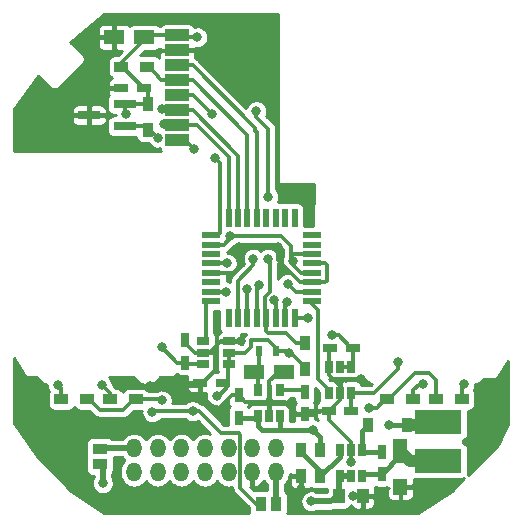
<source format=gtl>
%TF.GenerationSoftware,KiCad,Pcbnew,no-vcs-found-3ac87f6~59~ubuntu16.04.1*%
%TF.CreationDate,2017-08-31T14:42:41+03:00*%
%TF.ProjectId,livolo_2_channels_1way_eu_switch,6C69766F6C6F5F325F6368616E6E656C,rev?*%
%TF.SameCoordinates,Original*%
%TF.FileFunction,Copper,L1,Top,Signal*%
%TF.FilePolarity,Positive*%
%FSLAX46Y46*%
G04 Gerber Fmt 4.6, Leading zero omitted, Abs format (unit mm)*
G04 Created by KiCad (PCBNEW no-vcs-found-3ac87f6~59~ubuntu16.04.1) date Thu Aug 31 14:42:41 2017*
%MOMM*%
%LPD*%
G01*
G04 APERTURE LIST*
%ADD10O,1.300000X1.600000*%
%ADD11R,1.000000X1.250000*%
%ADD12R,4.000000X2.000000*%
%ADD13R,1.200000X2.000000*%
%ADD14R,1.200000X1.400000*%
%ADD15R,0.900000X1.200000*%
%ADD16R,0.650000X1.060000*%
%ADD17R,1.750000X1.260000*%
%ADD18R,0.750000X1.200000*%
%ADD19R,1.200000X0.750000*%
%ADD20R,0.550000X1.600000*%
%ADD21R,1.600000X0.550000*%
%ADD22R,1.200000X0.900000*%
%ADD23R,1.060000X0.650000*%
%ADD24R,1.900000X0.800000*%
%ADD25R,0.500000X0.900000*%
%ADD26R,2.000000X1.000000*%
%ADD27R,1.270000X0.970000*%
%ADD28R,0.970000X1.270000*%
%ADD29C,0.350000*%
%ADD30C,0.800000*%
%ADD31C,0.300000*%
%ADD32C,0.450000*%
%ADD33C,1.000000*%
%ADD34C,0.800000*%
%ADD35C,0.500000*%
%ADD36C,0.254000*%
G04 APERTURE END LIST*
D10*
X143650000Y-107550000D03*
X143650000Y-109550000D03*
X141650000Y-107550000D03*
X141650000Y-109550000D03*
X139650000Y-107550000D03*
X139650000Y-109550000D03*
X137650000Y-107550000D03*
X137650000Y-109550000D03*
X135650000Y-107550000D03*
X135650000Y-109550000D03*
X133650000Y-107550000D03*
X133650000Y-109550000D03*
X131650000Y-107550000D03*
X131650000Y-109550000D03*
D11*
X149000000Y-111600000D03*
X151000000Y-111600000D03*
D12*
X157400000Y-105350000D03*
X157400000Y-108600000D03*
D13*
X154200000Y-107800000D03*
D14*
X154200000Y-110800000D03*
D15*
X145800000Y-107700000D03*
X145800000Y-109900000D03*
D16*
X150000000Y-109900000D03*
X150950000Y-109900000D03*
X149050000Y-109900000D03*
X149050000Y-107700000D03*
X150000000Y-107700000D03*
X150950000Y-107700000D03*
D17*
X141775000Y-101092000D03*
X144325000Y-101092000D03*
D15*
X132812000Y-78384000D03*
X132812000Y-80584000D03*
D18*
X140500000Y-104950000D03*
X140500000Y-103050000D03*
X146100000Y-104650000D03*
X146100000Y-102750000D03*
X152600000Y-109750000D03*
X152600000Y-107850000D03*
D19*
X150050000Y-104400000D03*
X148150000Y-104400000D03*
D18*
X136000000Y-100300000D03*
X136000000Y-98400000D03*
D19*
X148250000Y-99100000D03*
X150150000Y-99100000D03*
X137250000Y-102000000D03*
X139150000Y-102000000D03*
D15*
X154750000Y-105600000D03*
X151450000Y-105600000D03*
D20*
X145250000Y-96550000D03*
X144450000Y-96550000D03*
X143650000Y-96550000D03*
X142850000Y-96550000D03*
X142050000Y-96550000D03*
X141250000Y-96550000D03*
X140450000Y-96550000D03*
X139650000Y-96550000D03*
D21*
X138200000Y-95100000D03*
X138200000Y-94300000D03*
X138200000Y-93500000D03*
X138200000Y-92700000D03*
X138200000Y-91900000D03*
X138200000Y-91100000D03*
X138200000Y-90300000D03*
X138200000Y-89500000D03*
D20*
X139650000Y-88050000D03*
X140450000Y-88050000D03*
X141250000Y-88050000D03*
X142050000Y-88050000D03*
X142850000Y-88050000D03*
X143650000Y-88050000D03*
X144450000Y-88050000D03*
X145250000Y-88050000D03*
D21*
X146700000Y-89500000D03*
X146700000Y-90300000D03*
X146700000Y-91100000D03*
X146700000Y-91900000D03*
X146700000Y-92700000D03*
X146700000Y-93500000D03*
X146700000Y-94300000D03*
X146700000Y-95100000D03*
D15*
X147400000Y-109900000D03*
X147400000Y-107700000D03*
X146100000Y-100800000D03*
X146100000Y-98600000D03*
D22*
X130550000Y-75250000D03*
X132750000Y-75250000D03*
X155300000Y-103400000D03*
X153100000Y-103400000D03*
X157200000Y-103400000D03*
X159400000Y-103400000D03*
X129600000Y-103400000D03*
X131800000Y-103400000D03*
X127700000Y-103400000D03*
X125500000Y-103400000D03*
D16*
X142100000Y-102650000D03*
X144000000Y-102650000D03*
X144000000Y-104850000D03*
X143050000Y-104850000D03*
X142100000Y-104850000D03*
X149100000Y-100650000D03*
X148150000Y-100650000D03*
X150050000Y-100650000D03*
X150050000Y-102850000D03*
X149100000Y-102850000D03*
X148150000Y-102850000D03*
D23*
X137500000Y-98500000D03*
X137500000Y-99450000D03*
X137500000Y-100400000D03*
X139700000Y-100400000D03*
X139700000Y-98500000D03*
X139700000Y-99450000D03*
D19*
X132450000Y-77050000D03*
X130550000Y-77050000D03*
D24*
X127850000Y-79350000D03*
X130850000Y-78400000D03*
X130850000Y-80300000D03*
D25*
X142200000Y-99300000D03*
X143700000Y-99300000D03*
D17*
X129975000Y-72750000D03*
X132525000Y-72750000D03*
D26*
X135300000Y-72600000D03*
X135300000Y-73870000D03*
X135300000Y-75140000D03*
X135300000Y-76410000D03*
X135300000Y-77680000D03*
X135300000Y-78950000D03*
X135300000Y-80220000D03*
X135300000Y-81490000D03*
D27*
X128750000Y-107610000D03*
X128750000Y-108890000D03*
D28*
X143640000Y-112250000D03*
X142360000Y-112250000D03*
D29*
X139920000Y-72426052D03*
X142460000Y-72426052D03*
X142460000Y-74966052D03*
X124680000Y-77506052D03*
X127220000Y-77506052D03*
X142460000Y-77506052D03*
X122140000Y-80046052D03*
X124680000Y-80046052D03*
X122140000Y-82100000D03*
X124690000Y-82072104D03*
X127230000Y-82072104D03*
X129770000Y-82072104D03*
X132310000Y-82072104D03*
X122140000Y-102906052D03*
X162780000Y-102906052D03*
X122140000Y-105446052D03*
X124680000Y-105446052D03*
X127220000Y-105446052D03*
X160240000Y-105446052D03*
X162780000Y-105446052D03*
X124680000Y-107986052D03*
X127220000Y-107986052D03*
X160240000Y-107986052D03*
X127000000Y-110750000D03*
X157700000Y-110526052D03*
X129000000Y-112250000D03*
X150080000Y-112816052D03*
X152620000Y-112816052D03*
X155160000Y-112816052D03*
D30*
X148400000Y-98000000D03*
X131000000Y-79249970D03*
X133198282Y-104505729D03*
X137000000Y-72750000D03*
X145092551Y-91657449D03*
X138671485Y-103086161D03*
X144800000Y-99500000D03*
X136600000Y-104400000D03*
X139800000Y-89550002D03*
X145800000Y-111000000D03*
X150000000Y-108719998D03*
X150200000Y-111600000D03*
X132984283Y-102270846D03*
X140710901Y-98476151D03*
X140500000Y-90499996D03*
X144250000Y-86250000D03*
X138250000Y-75000000D03*
X150891952Y-101651983D03*
X143802464Y-90525717D03*
X139500000Y-91900000D03*
X146800000Y-106000000D03*
X153200000Y-105600000D03*
X143000000Y-91500000D03*
X142000000Y-79000000D03*
X143000000Y-86250000D03*
X129000000Y-110500000D03*
X146650010Y-112049990D03*
X154000010Y-100250000D03*
X134000000Y-99000000D03*
X134165575Y-80085961D03*
X138500000Y-83000000D03*
X138243959Y-79256041D03*
X133973977Y-78799444D03*
X128900000Y-102200000D03*
X125194336Y-102172950D03*
X159591524Y-102115136D03*
X156099966Y-102100000D03*
X134000000Y-103500000D03*
X139449990Y-94299484D03*
X144621188Y-95174055D03*
X142250000Y-93750000D03*
X143521921Y-95008575D03*
X141249990Y-94090989D03*
X141750000Y-91499992D03*
X133649846Y-81250000D03*
X146359932Y-96536071D03*
X136750000Y-82250000D03*
X144665450Y-93634550D03*
X151500000Y-104100000D03*
D31*
X142360000Y-112250000D02*
X142000000Y-112250000D01*
X142000000Y-112250000D02*
X140650000Y-110900000D01*
X140650000Y-110900000D02*
X140650000Y-106400000D01*
X140650000Y-106400000D02*
X140500000Y-106250000D01*
X140500000Y-106250000D02*
X139000000Y-106250000D01*
X139000000Y-106250000D02*
X137150000Y-104400000D01*
X137150000Y-104400000D02*
X136600000Y-104400000D01*
X148965685Y-98000000D02*
X148400000Y-98000000D01*
X149900000Y-98934315D02*
X148965685Y-98000000D01*
X149900000Y-99100000D02*
X149900000Y-98934315D01*
X132525000Y-72750000D02*
X132525000Y-72975000D01*
X132525000Y-72975000D02*
X130550000Y-74950000D01*
X130550000Y-74950000D02*
X130550000Y-75250000D01*
X130999970Y-79249970D02*
X131000000Y-79249970D01*
X130850000Y-79100000D02*
X130999970Y-79249970D01*
X130850000Y-78400000D02*
X130850000Y-79100000D01*
X136600000Y-104400000D02*
X133304011Y-104400000D01*
X133304011Y-104400000D02*
X133198282Y-104505729D01*
X141007185Y-99450000D02*
X139700000Y-99450000D01*
X141510903Y-98479095D02*
X141510903Y-98946282D01*
X143700000Y-99100000D02*
X142999999Y-98399999D01*
X143700000Y-99300000D02*
X143700000Y-99100000D01*
X141510903Y-98946282D02*
X141007185Y-99450000D01*
X141589999Y-98399999D02*
X141510903Y-98479095D01*
X142999999Y-98399999D02*
X141589999Y-98399999D01*
X144900000Y-91464898D02*
X144900000Y-91000000D01*
X144900000Y-91000000D02*
X144900000Y-90400000D01*
X146700000Y-91100000D02*
X145000000Y-91100000D01*
X145000000Y-91100000D02*
X144900000Y-91000000D01*
X145092551Y-91657449D02*
X144900000Y-91464898D01*
X144900000Y-90400000D02*
X144050002Y-89550002D01*
X144050002Y-89550002D02*
X139800000Y-89550002D01*
X137000000Y-72750000D02*
X135450000Y-72750000D01*
X135450000Y-72750000D02*
X135300000Y-72600000D01*
X130550000Y-75250000D02*
X130650000Y-75250000D01*
X130650000Y-75250000D02*
X132450000Y-77050000D01*
X132812000Y-78384000D02*
X132812000Y-77412000D01*
X132812000Y-77412000D02*
X132450000Y-77050000D01*
X130850000Y-78400000D02*
X132796000Y-78400000D01*
X132796000Y-78400000D02*
X132812000Y-78384000D01*
X135300000Y-72600000D02*
X132675000Y-72600000D01*
X132675000Y-72600000D02*
X132525000Y-72750000D01*
X143700000Y-99300000D02*
X144600000Y-99300000D01*
X144600000Y-99300000D02*
X144800000Y-99500000D01*
X145092551Y-92011004D02*
X145092551Y-91657449D01*
X145781547Y-92700000D02*
X145092551Y-92011004D01*
X146700000Y-92700000D02*
X145781547Y-92700000D01*
X150150000Y-99100000D02*
X150150000Y-100550000D01*
X150150000Y-100550000D02*
X150050000Y-100650000D01*
X138671485Y-103086161D02*
X138813839Y-103086161D01*
X138813839Y-103086161D02*
X139600000Y-102300000D01*
X139600000Y-102300000D02*
X139600000Y-100500000D01*
X139600000Y-100500000D02*
X139700000Y-100400000D01*
X144950000Y-99500000D02*
X144800000Y-99500000D01*
X146100000Y-100650000D02*
X144950000Y-99500000D01*
X146100000Y-100800000D02*
X146100000Y-100650000D01*
X150050000Y-100650000D02*
X150050000Y-100855000D01*
X139800000Y-89550002D02*
X139800000Y-89775000D01*
X139800000Y-89775000D02*
X139275000Y-90300000D01*
X139275000Y-90300000D02*
X138200000Y-90300000D01*
X146100000Y-100800000D02*
X146100000Y-100950000D01*
X150050000Y-100650000D02*
X149100000Y-100650000D01*
X139700000Y-100400000D02*
X139700000Y-99450000D01*
X145800000Y-109900000D02*
X145800000Y-111000000D01*
X150000000Y-108719998D02*
X150000000Y-107700000D01*
X151000000Y-111600000D02*
X150200000Y-111600000D01*
X143892998Y-101092000D02*
X144325000Y-101092000D01*
X143100000Y-101884998D02*
X143892998Y-101092000D01*
X143100000Y-103560002D02*
X143100000Y-101884998D01*
X143030001Y-103630001D02*
X143100000Y-103560002D01*
X143802464Y-90525717D02*
X143776747Y-90500000D01*
X143776747Y-90500000D02*
X141025717Y-90500000D01*
X141025717Y-90500000D02*
X141000000Y-90525717D01*
X137079154Y-102270846D02*
X132984283Y-102270846D01*
X137150000Y-102200000D02*
X137079154Y-102270846D01*
X140687052Y-98500000D02*
X140710901Y-98476151D01*
X139700000Y-98500000D02*
X140687052Y-98500000D01*
X141000000Y-90525717D02*
X140525721Y-90525717D01*
X140899999Y-91850001D02*
X140899999Y-90625718D01*
X140899999Y-90625718D02*
X141000000Y-90525717D01*
X138200000Y-92700000D02*
X140050000Y-92700000D01*
X140050000Y-92700000D02*
X140899999Y-91850001D01*
X140525721Y-90525717D02*
X140500000Y-90499996D01*
X135300000Y-73870000D02*
X137120000Y-73870000D01*
X137120000Y-73870000D02*
X138250000Y-75000000D01*
X145800000Y-109900000D02*
X145800000Y-110300000D01*
X143802464Y-91569459D02*
X145733005Y-93500000D01*
X145733005Y-93500000D02*
X146700000Y-93500000D01*
X143802464Y-90525717D02*
X143802464Y-91569459D01*
X148150000Y-100650000D02*
X148150000Y-99200000D01*
X148150000Y-99200000D02*
X148250000Y-99100000D01*
X140500000Y-103050000D02*
X139950000Y-103050000D01*
X139950000Y-103050000D02*
X138700000Y-104300000D01*
X138700000Y-104300000D02*
X138200000Y-104300000D01*
X138200000Y-104300000D02*
X137250000Y-103350000D01*
X137250000Y-103350000D02*
X137250000Y-102000000D01*
X137250000Y-102000000D02*
X137475000Y-102000000D01*
X137475000Y-102000000D02*
X138525000Y-100950000D01*
X138525000Y-100950000D02*
X138525000Y-99000000D01*
X148150000Y-101325000D02*
X148150000Y-100650000D01*
X142150000Y-103630001D02*
X141080001Y-103630001D01*
X141080001Y-103630001D02*
X140500000Y-103050000D01*
X138075000Y-99450000D02*
X138525000Y-99000000D01*
X138525000Y-99000000D02*
X139025000Y-98500000D01*
X137500000Y-99450000D02*
X136825000Y-99450000D01*
X136000000Y-98625000D02*
X136000000Y-98400000D01*
X136825000Y-99450000D02*
X136000000Y-98625000D01*
X150000000Y-107700000D02*
X150000000Y-107000000D01*
X150000000Y-107000000D02*
X148150000Y-105150000D01*
X148150000Y-105150000D02*
X148150000Y-104400000D01*
X149100000Y-102850000D02*
X149100000Y-103450000D01*
X149100000Y-103450000D02*
X148150000Y-104400000D01*
X148150000Y-104400000D02*
X146350000Y-104400000D01*
X146350000Y-104400000D02*
X146100000Y-104650000D01*
X149100000Y-102275000D02*
X148425000Y-101600000D01*
X148425000Y-101600000D02*
X148150000Y-101325000D01*
X150891952Y-101651983D02*
X148476983Y-101651983D01*
X148476983Y-101651983D02*
X148425000Y-101600000D01*
X144405001Y-103630001D02*
X142150000Y-103630001D01*
X137500000Y-99450000D02*
X138075000Y-99450000D01*
X139025000Y-98500000D02*
X139700000Y-98500000D01*
X149100000Y-102850000D02*
X149100000Y-102275000D01*
X147950001Y-92050001D02*
X147950001Y-93349999D01*
X147950001Y-93349999D02*
X147800000Y-93500000D01*
X146700000Y-93500000D02*
X147800000Y-93500000D01*
X147800000Y-91900000D02*
X147950001Y-92050001D01*
X146700000Y-91900000D02*
X147800000Y-91900000D01*
X143750717Y-90525717D02*
X143802464Y-90525717D01*
X143600000Y-90375000D02*
X143750717Y-90525717D01*
X146700000Y-93500000D02*
X146633174Y-93433174D01*
X143050000Y-104850000D02*
X143050000Y-103650000D01*
X143050000Y-103650000D02*
X143030001Y-103630001D01*
X143030001Y-103630001D02*
X142150000Y-103630001D01*
X146200000Y-104750000D02*
X146100000Y-104650000D01*
X146100000Y-104650000D02*
X145425000Y-104650000D01*
X145425000Y-104650000D02*
X144405001Y-103630001D01*
X139750000Y-98550000D02*
X139700000Y-98500000D01*
X138200000Y-91900000D02*
X139500000Y-91900000D01*
X144000000Y-102650000D02*
X146000000Y-102650000D01*
X146000000Y-102650000D02*
X146100000Y-102750000D01*
D32*
X146775000Y-106025000D02*
X144000000Y-106025000D01*
X144000000Y-106025000D02*
X142445000Y-106025000D01*
X144000000Y-104850000D02*
X144000000Y-106025000D01*
X142100000Y-105680000D02*
X142100000Y-104850000D01*
X142445000Y-106025000D02*
X142100000Y-105680000D01*
X146800000Y-106000000D02*
X146775000Y-106025000D01*
X140500000Y-104950000D02*
X142000000Y-104950000D01*
X142000000Y-104950000D02*
X142100000Y-104850000D01*
D33*
X154750000Y-105600000D02*
X157150000Y-105600000D01*
D34*
X157150000Y-105600000D02*
X157400000Y-105350000D01*
D32*
X147400000Y-107700000D02*
X147400000Y-106600000D01*
X147400000Y-106600000D02*
X146800000Y-106000000D01*
X154850000Y-105600000D02*
X153200000Y-105600000D01*
D31*
X142850000Y-96550000D02*
X142763346Y-96463346D01*
X142763346Y-96463346D02*
X142763346Y-94706489D01*
X142763346Y-94706489D02*
X143149999Y-94319836D01*
X143149999Y-91649999D02*
X143000000Y-91500000D01*
X143149999Y-94319836D02*
X143149999Y-91649999D01*
X142000000Y-79500000D02*
X142000000Y-79000000D01*
X143000000Y-80500000D02*
X142000000Y-79500000D01*
X143000000Y-86250000D02*
X143000000Y-80500000D01*
X146100000Y-98600000D02*
X145350000Y-98600000D01*
X145350000Y-98600000D02*
X144550001Y-97800001D01*
X144550001Y-97800001D02*
X143000001Y-97800001D01*
X142850000Y-97650000D02*
X142850000Y-96550000D01*
X143000001Y-97800001D02*
X142850000Y-97650000D01*
D32*
X152600000Y-109750000D02*
X154200000Y-108150000D01*
X154200000Y-108150000D02*
X154200000Y-107800000D01*
D33*
X157400000Y-108600000D02*
X155000000Y-108600000D01*
X155000000Y-108600000D02*
X154200000Y-107800000D01*
D32*
X152600000Y-109750000D02*
X151100000Y-109750000D01*
X151100000Y-109750000D02*
X150950000Y-109900000D01*
X152600000Y-107850000D02*
X151100000Y-107850000D01*
X151100000Y-107850000D02*
X150950000Y-107700000D01*
X150950000Y-107700000D02*
X150950000Y-106100000D01*
X150950000Y-106100000D02*
X151450000Y-105600000D01*
D35*
X149000000Y-111600000D02*
X148800000Y-111600000D01*
X148800000Y-111600000D02*
X148350010Y-112049990D01*
X148350010Y-112049990D02*
X146650010Y-112049990D01*
X129000000Y-110500000D02*
X129000000Y-109140000D01*
X129000000Y-109140000D02*
X128750000Y-108890000D01*
X149000000Y-111600000D02*
X149000000Y-109950000D01*
X149000000Y-109950000D02*
X149050000Y-109900000D01*
X150000000Y-109900000D02*
X149050000Y-109900000D01*
D31*
X154000010Y-100815685D02*
X154000010Y-100250000D01*
X151965695Y-102850000D02*
X154000010Y-100815685D01*
X150050000Y-102850000D02*
X151965695Y-102850000D01*
X150050000Y-104400000D02*
X150050000Y-102850000D01*
X135300000Y-100300000D02*
X134000000Y-99000000D01*
X136000000Y-100300000D02*
X135300000Y-100300000D01*
X137500000Y-100400000D02*
X136100000Y-100400000D01*
X136100000Y-100400000D02*
X136000000Y-100300000D01*
X134731260Y-80085961D02*
X134165575Y-80085961D01*
X135165961Y-80085961D02*
X134731260Y-80085961D01*
X135300000Y-80220000D02*
X135165961Y-80085961D01*
X136978004Y-80220000D02*
X135300000Y-80220000D01*
X139650000Y-88050000D02*
X139650000Y-82891996D01*
X139650000Y-82891996D02*
X136978004Y-80220000D01*
X138200000Y-89500000D02*
X138750000Y-89500000D01*
X138750000Y-89500000D02*
X138899999Y-89350001D01*
X138899999Y-89350001D02*
X138899999Y-83399999D01*
X138899999Y-83399999D02*
X138500000Y-83000000D01*
X135300000Y-77680000D02*
X136667918Y-77680000D01*
X136667918Y-77680000D02*
X138243959Y-79256041D01*
X133973977Y-78799444D02*
X135149444Y-78799444D01*
X135149444Y-78799444D02*
X135300000Y-78950000D01*
X140450000Y-88050000D02*
X140450000Y-82800000D01*
X140450000Y-82800000D02*
X136600000Y-78950000D01*
X136600000Y-78950000D02*
X135300000Y-78950000D01*
X129600000Y-103400000D02*
X129600000Y-102900000D01*
X129600000Y-102900000D02*
X128900000Y-102200000D01*
X125500000Y-103400000D02*
X125500000Y-102478614D01*
X125500000Y-102478614D02*
X125194336Y-102172950D01*
X159400000Y-103400000D02*
X159400000Y-102306660D01*
X159400000Y-102306660D02*
X159591524Y-102115136D01*
X155850000Y-102100000D02*
X156099966Y-102100000D01*
X155300000Y-103400000D02*
X155300000Y-102650000D01*
X155300000Y-102650000D02*
X155850000Y-102100000D01*
X138200000Y-95100000D02*
X137900000Y-95100000D01*
X137900000Y-95100000D02*
X137750000Y-95250000D01*
X137750000Y-95250000D02*
X137750000Y-98455000D01*
X137750000Y-98455000D02*
X137705000Y-98500000D01*
X137705000Y-98500000D02*
X137500000Y-98500000D01*
X131800000Y-103400000D02*
X133900000Y-103400000D01*
X133900000Y-103400000D02*
X134000000Y-103500000D01*
X139449474Y-94300000D02*
X139449990Y-94299484D01*
X138200000Y-94300000D02*
X139449474Y-94300000D01*
X146700000Y-95100000D02*
X146700000Y-95300000D01*
X147200000Y-95800000D02*
X147200000Y-101695000D01*
X146700000Y-95300000D02*
X147200000Y-95800000D01*
X147200000Y-101695000D02*
X148150000Y-102645000D01*
X148150000Y-102645000D02*
X148150000Y-102850000D01*
X144450000Y-96550000D02*
X144450000Y-95345243D01*
X144450000Y-95345243D02*
X144621188Y-95174055D01*
X142050000Y-96550000D02*
X142050000Y-93950000D01*
X142050000Y-93950000D02*
X142250000Y-93750000D01*
X143650000Y-96550000D02*
X143650000Y-95136654D01*
X143650000Y-95136654D02*
X143521921Y-95008575D01*
X141250000Y-96550000D02*
X141250000Y-94090999D01*
X141250000Y-94090999D02*
X141249990Y-94090989D01*
X140449988Y-93365689D02*
X141750000Y-92065677D01*
X140449988Y-95449988D02*
X140449988Y-93365689D01*
X140450000Y-95450000D02*
X140449988Y-95449988D01*
X141750000Y-92065677D02*
X141750000Y-91499992D01*
X140450000Y-96550000D02*
X140450000Y-95450000D01*
X133249847Y-80850001D02*
X133649846Y-81250000D01*
X132983846Y-80584000D02*
X133249847Y-80850001D01*
X132812000Y-80584000D02*
X132983846Y-80584000D01*
X130850000Y-80300000D02*
X132528000Y-80300000D01*
X132528000Y-80300000D02*
X132812000Y-80584000D01*
X142200000Y-99300000D02*
X142200000Y-100667000D01*
X142200000Y-100667000D02*
X141775000Y-101092000D01*
X142100000Y-102650000D02*
X142100000Y-101417000D01*
X142100000Y-101417000D02*
X141775000Y-101092000D01*
X146346003Y-96550000D02*
X146359932Y-96536071D01*
X145250000Y-96550000D02*
X146346003Y-96550000D01*
X135300000Y-81490000D02*
X135990000Y-81490000D01*
X135990000Y-81490000D02*
X136750000Y-82250000D01*
X127700000Y-103400000D02*
X127850000Y-103400000D01*
X127850000Y-103400000D02*
X128750001Y-104300001D01*
X131650000Y-103400000D02*
X131800000Y-103400000D01*
X128750001Y-104300001D02*
X130749999Y-104300001D01*
X130749999Y-104300001D02*
X131650000Y-103400000D01*
X153100000Y-103400000D02*
X152900000Y-103400000D01*
X152900000Y-103400000D02*
X152200000Y-104100000D01*
X152200000Y-104100000D02*
X151500000Y-104100000D01*
X157200000Y-103400000D02*
X157200000Y-101800000D01*
X157200000Y-101800000D02*
X156600000Y-101200000D01*
X156600000Y-101200000D02*
X155450000Y-101200000D01*
X155450000Y-101200000D02*
X153250000Y-103400000D01*
X153250000Y-103400000D02*
X153100000Y-103400000D01*
X146700000Y-94300000D02*
X145330900Y-94300000D01*
X145330900Y-94300000D02*
X144665450Y-93634550D01*
D32*
X147400000Y-109900000D02*
X147400000Y-109504998D01*
X147400000Y-109504998D02*
X145800000Y-107904998D01*
X145800000Y-107904998D02*
X145800000Y-107700000D01*
X149050000Y-107700000D02*
X149050000Y-108250000D01*
X149050000Y-108250000D02*
X147400000Y-109900000D01*
D31*
X149050000Y-107905000D02*
X149050000Y-107700000D01*
X135300000Y-76410000D02*
X133910000Y-76410000D01*
X133910000Y-76410000D02*
X133650000Y-76150000D01*
X133650000Y-76150000D02*
X133650000Y-76000000D01*
X133650000Y-76000000D02*
X132900000Y-75250000D01*
X132900000Y-75250000D02*
X132750000Y-75250000D01*
X141250000Y-88050000D02*
X141250000Y-81060000D01*
X141250000Y-81060000D02*
X136600000Y-76410000D01*
X136600000Y-76410000D02*
X135300000Y-76410000D01*
X136600000Y-75140000D02*
X135300000Y-75140000D01*
X141899998Y-80439998D02*
X136600000Y-75140000D01*
X142050000Y-88050000D02*
X142050000Y-80808004D01*
X141899998Y-80658002D02*
X141899998Y-80439998D01*
X142050000Y-80808004D02*
X141899998Y-80658002D01*
D35*
X131650000Y-107550000D02*
X128810000Y-107550000D01*
X128810000Y-107550000D02*
X128750000Y-107610000D01*
X143650000Y-109550000D02*
X143650000Y-112240000D01*
X143650000Y-112240000D02*
X143640000Y-112250000D01*
D36*
G36*
X144954750Y-109827000D02*
X145727000Y-109827000D01*
X145727000Y-109807000D01*
X145873000Y-109807000D01*
X145873000Y-109827000D01*
X145893000Y-109827000D01*
X145893000Y-109973000D01*
X145873000Y-109973000D01*
X145873000Y-110895250D01*
X146004750Y-111027000D01*
X146301905Y-111027000D01*
X146403720Y-111006748D01*
X146499628Y-110967021D01*
X146585943Y-110909348D01*
X146600428Y-110894863D01*
X146655798Y-110940304D01*
X146747350Y-110989239D01*
X146846690Y-111019374D01*
X146950000Y-111029549D01*
X147850000Y-111029549D01*
X147953310Y-111019374D01*
X147970451Y-111014174D01*
X147970451Y-111272990D01*
X147155877Y-111272990D01*
X147093047Y-111230611D01*
X146925458Y-111160163D01*
X146747377Y-111123608D01*
X146565587Y-111122339D01*
X146387013Y-111156403D01*
X146218457Y-111224505D01*
X146066338Y-111324048D01*
X145936451Y-111451243D01*
X145833743Y-111601244D01*
X145762127Y-111768337D01*
X145724330Y-111946158D01*
X145721792Y-112127935D01*
X145754609Y-112306742D01*
X145821532Y-112475770D01*
X145920011Y-112628580D01*
X146046296Y-112759352D01*
X146195576Y-112863104D01*
X146362165Y-112935885D01*
X146539718Y-112974922D01*
X146721473Y-112978730D01*
X146900505Y-112947161D01*
X147069996Y-112881420D01*
X147155764Y-112826990D01*
X148350010Y-112826990D01*
X148421492Y-112819981D01*
X148492940Y-112813730D01*
X148496860Y-112812591D01*
X148500930Y-112812192D01*
X148569678Y-112791436D01*
X148638563Y-112771423D01*
X148642189Y-112769543D01*
X148646102Y-112768362D01*
X148672081Y-112754549D01*
X149500000Y-112754549D01*
X149603310Y-112744374D01*
X149702650Y-112714239D01*
X149794202Y-112665304D01*
X149874448Y-112599448D01*
X149940304Y-112519202D01*
X149989239Y-112427650D01*
X149999504Y-112393813D01*
X150032979Y-112474628D01*
X150090652Y-112560943D01*
X150164057Y-112634348D01*
X150250372Y-112692021D01*
X150346280Y-112731748D01*
X150448095Y-112752000D01*
X150795250Y-112752000D01*
X150927000Y-112620250D01*
X150927000Y-111673000D01*
X151073000Y-111673000D01*
X151073000Y-112620250D01*
X151204750Y-112752000D01*
X151551905Y-112752000D01*
X151653720Y-112731748D01*
X151749628Y-112692021D01*
X151835943Y-112634348D01*
X151909348Y-112560943D01*
X151967021Y-112474628D01*
X152006748Y-112378720D01*
X152027000Y-112276905D01*
X152027000Y-111804750D01*
X151895250Y-111673000D01*
X151073000Y-111673000D01*
X150927000Y-111673000D01*
X150907000Y-111673000D01*
X150907000Y-111527000D01*
X150927000Y-111527000D01*
X150927000Y-111507000D01*
X151073000Y-111507000D01*
X151073000Y-111527000D01*
X151895250Y-111527000D01*
X152027000Y-111395250D01*
X152027000Y-110923095D01*
X152008889Y-110832044D01*
X152022350Y-110839239D01*
X152121690Y-110869374D01*
X152225000Y-110879549D01*
X152975000Y-110879549D01*
X153073000Y-110869897D01*
X153073000Y-110873002D01*
X153204748Y-110873002D01*
X153073000Y-111004750D01*
X153073000Y-111551905D01*
X153093252Y-111653720D01*
X153132979Y-111749628D01*
X153190652Y-111835943D01*
X153264057Y-111909348D01*
X153350372Y-111967021D01*
X153446280Y-112006748D01*
X153548095Y-112027000D01*
X153995250Y-112027000D01*
X154127000Y-111895250D01*
X154127000Y-110873000D01*
X154273000Y-110873000D01*
X154273000Y-111895250D01*
X154404750Y-112027000D01*
X154851905Y-112027000D01*
X154953720Y-112006748D01*
X155049628Y-111967021D01*
X155135943Y-111909348D01*
X155209348Y-111835943D01*
X155267021Y-111749628D01*
X155306748Y-111653720D01*
X155327000Y-111551905D01*
X155327000Y-111004750D01*
X155195250Y-110873000D01*
X154273000Y-110873000D01*
X154127000Y-110873000D01*
X154107000Y-110873000D01*
X154107000Y-110727000D01*
X154127000Y-110727000D01*
X154127000Y-110707000D01*
X154273000Y-110707000D01*
X154273000Y-110727000D01*
X155195250Y-110727000D01*
X155327000Y-110595250D01*
X155327000Y-110122359D01*
X155400000Y-110129549D01*
X159400000Y-110129549D01*
X159503310Y-110119374D01*
X159594426Y-110091734D01*
X158533070Y-111153879D01*
X155723843Y-113024320D01*
X144633450Y-113024320D01*
X144644374Y-112988310D01*
X144654549Y-112885000D01*
X144654549Y-111615000D01*
X144644374Y-111511690D01*
X144614239Y-111412350D01*
X144565304Y-111320798D01*
X144499448Y-111240552D01*
X144427000Y-111181096D01*
X144427000Y-110584745D01*
X144473504Y-110547355D01*
X144621159Y-110371387D01*
X144731822Y-110170091D01*
X144752549Y-110104750D01*
X144823000Y-110104750D01*
X144823000Y-110551905D01*
X144843252Y-110653720D01*
X144882979Y-110749628D01*
X144940652Y-110835943D01*
X145014057Y-110909348D01*
X145100372Y-110967021D01*
X145196280Y-111006748D01*
X145298095Y-111027000D01*
X145595250Y-111027000D01*
X145727000Y-110895250D01*
X145727000Y-109973000D01*
X144954750Y-109973000D01*
X144823000Y-110104750D01*
X144752549Y-110104750D01*
X144801280Y-109951133D01*
X144826885Y-109722854D01*
X144827000Y-109706421D01*
X144827000Y-109699250D01*
X144954750Y-109827000D01*
X144954750Y-109827000D01*
G37*
X144954750Y-109827000D02*
X145727000Y-109827000D01*
X145727000Y-109807000D01*
X145873000Y-109807000D01*
X145873000Y-109827000D01*
X145893000Y-109827000D01*
X145893000Y-109973000D01*
X145873000Y-109973000D01*
X145873000Y-110895250D01*
X146004750Y-111027000D01*
X146301905Y-111027000D01*
X146403720Y-111006748D01*
X146499628Y-110967021D01*
X146585943Y-110909348D01*
X146600428Y-110894863D01*
X146655798Y-110940304D01*
X146747350Y-110989239D01*
X146846690Y-111019374D01*
X146950000Y-111029549D01*
X147850000Y-111029549D01*
X147953310Y-111019374D01*
X147970451Y-111014174D01*
X147970451Y-111272990D01*
X147155877Y-111272990D01*
X147093047Y-111230611D01*
X146925458Y-111160163D01*
X146747377Y-111123608D01*
X146565587Y-111122339D01*
X146387013Y-111156403D01*
X146218457Y-111224505D01*
X146066338Y-111324048D01*
X145936451Y-111451243D01*
X145833743Y-111601244D01*
X145762127Y-111768337D01*
X145724330Y-111946158D01*
X145721792Y-112127935D01*
X145754609Y-112306742D01*
X145821532Y-112475770D01*
X145920011Y-112628580D01*
X146046296Y-112759352D01*
X146195576Y-112863104D01*
X146362165Y-112935885D01*
X146539718Y-112974922D01*
X146721473Y-112978730D01*
X146900505Y-112947161D01*
X147069996Y-112881420D01*
X147155764Y-112826990D01*
X148350010Y-112826990D01*
X148421492Y-112819981D01*
X148492940Y-112813730D01*
X148496860Y-112812591D01*
X148500930Y-112812192D01*
X148569678Y-112791436D01*
X148638563Y-112771423D01*
X148642189Y-112769543D01*
X148646102Y-112768362D01*
X148672081Y-112754549D01*
X149500000Y-112754549D01*
X149603310Y-112744374D01*
X149702650Y-112714239D01*
X149794202Y-112665304D01*
X149874448Y-112599448D01*
X149940304Y-112519202D01*
X149989239Y-112427650D01*
X149999504Y-112393813D01*
X150032979Y-112474628D01*
X150090652Y-112560943D01*
X150164057Y-112634348D01*
X150250372Y-112692021D01*
X150346280Y-112731748D01*
X150448095Y-112752000D01*
X150795250Y-112752000D01*
X150927000Y-112620250D01*
X150927000Y-111673000D01*
X151073000Y-111673000D01*
X151073000Y-112620250D01*
X151204750Y-112752000D01*
X151551905Y-112752000D01*
X151653720Y-112731748D01*
X151749628Y-112692021D01*
X151835943Y-112634348D01*
X151909348Y-112560943D01*
X151967021Y-112474628D01*
X152006748Y-112378720D01*
X152027000Y-112276905D01*
X152027000Y-111804750D01*
X151895250Y-111673000D01*
X151073000Y-111673000D01*
X150927000Y-111673000D01*
X150907000Y-111673000D01*
X150907000Y-111527000D01*
X150927000Y-111527000D01*
X150927000Y-111507000D01*
X151073000Y-111507000D01*
X151073000Y-111527000D01*
X151895250Y-111527000D01*
X152027000Y-111395250D01*
X152027000Y-110923095D01*
X152008889Y-110832044D01*
X152022350Y-110839239D01*
X152121690Y-110869374D01*
X152225000Y-110879549D01*
X152975000Y-110879549D01*
X153073000Y-110869897D01*
X153073000Y-110873002D01*
X153204748Y-110873002D01*
X153073000Y-111004750D01*
X153073000Y-111551905D01*
X153093252Y-111653720D01*
X153132979Y-111749628D01*
X153190652Y-111835943D01*
X153264057Y-111909348D01*
X153350372Y-111967021D01*
X153446280Y-112006748D01*
X153548095Y-112027000D01*
X153995250Y-112027000D01*
X154127000Y-111895250D01*
X154127000Y-110873000D01*
X154273000Y-110873000D01*
X154273000Y-111895250D01*
X154404750Y-112027000D01*
X154851905Y-112027000D01*
X154953720Y-112006748D01*
X155049628Y-111967021D01*
X155135943Y-111909348D01*
X155209348Y-111835943D01*
X155267021Y-111749628D01*
X155306748Y-111653720D01*
X155327000Y-111551905D01*
X155327000Y-111004750D01*
X155195250Y-110873000D01*
X154273000Y-110873000D01*
X154127000Y-110873000D01*
X154107000Y-110873000D01*
X154107000Y-110727000D01*
X154127000Y-110727000D01*
X154127000Y-110707000D01*
X154273000Y-110707000D01*
X154273000Y-110727000D01*
X155195250Y-110727000D01*
X155327000Y-110595250D01*
X155327000Y-110122359D01*
X155400000Y-110129549D01*
X159400000Y-110129549D01*
X159503310Y-110119374D01*
X159594426Y-110091734D01*
X158533070Y-111153879D01*
X155723843Y-113024320D01*
X144633450Y-113024320D01*
X144644374Y-112988310D01*
X144654549Y-112885000D01*
X144654549Y-111615000D01*
X144644374Y-111511690D01*
X144614239Y-111412350D01*
X144565304Y-111320798D01*
X144499448Y-111240552D01*
X144427000Y-111181096D01*
X144427000Y-110584745D01*
X144473504Y-110547355D01*
X144621159Y-110371387D01*
X144731822Y-110170091D01*
X144752549Y-110104750D01*
X144823000Y-110104750D01*
X144823000Y-110551905D01*
X144843252Y-110653720D01*
X144882979Y-110749628D01*
X144940652Y-110835943D01*
X145014057Y-110909348D01*
X145100372Y-110967021D01*
X145196280Y-111006748D01*
X145298095Y-111027000D01*
X145595250Y-111027000D01*
X145727000Y-110895250D01*
X145727000Y-109973000D01*
X144954750Y-109973000D01*
X144823000Y-110104750D01*
X144752549Y-110104750D01*
X144801280Y-109951133D01*
X144826885Y-109722854D01*
X144827000Y-109706421D01*
X144827000Y-109699250D01*
X144954750Y-109827000D01*
G36*
X122390707Y-101464684D02*
X122410197Y-101489803D01*
X122451399Y-101517333D01*
X122500000Y-101527000D01*
X123384796Y-101527000D01*
X123494381Y-101697044D01*
X123668346Y-101877190D01*
X123873989Y-102020115D01*
X124103476Y-102120376D01*
X124267437Y-102156425D01*
X124266118Y-102250895D01*
X124298935Y-102429702D01*
X124365858Y-102598730D01*
X124433827Y-102704197D01*
X124410761Y-102747350D01*
X124380626Y-102846690D01*
X124370451Y-102950000D01*
X124370451Y-103850000D01*
X124380626Y-103953310D01*
X124410761Y-104052650D01*
X124459696Y-104144202D01*
X124525552Y-104224448D01*
X124605798Y-104290304D01*
X124697350Y-104339239D01*
X124796690Y-104369374D01*
X124900000Y-104379549D01*
X126100000Y-104379549D01*
X126203310Y-104369374D01*
X126302650Y-104339239D01*
X126394202Y-104290304D01*
X126474448Y-104224448D01*
X126540304Y-104144202D01*
X126589239Y-104052650D01*
X126600000Y-104017176D01*
X126610761Y-104052650D01*
X126659696Y-104144202D01*
X126725552Y-104224448D01*
X126805798Y-104290304D01*
X126897350Y-104339239D01*
X126996690Y-104369374D01*
X127100000Y-104379549D01*
X127872126Y-104379549D01*
X128271290Y-104778713D01*
X128319627Y-104818417D01*
X128367518Y-104858603D01*
X128370638Y-104860318D01*
X128373389Y-104862578D01*
X128428510Y-104892134D01*
X128483302Y-104922256D01*
X128486695Y-104923332D01*
X128489833Y-104925015D01*
X128549665Y-104943307D01*
X128609245Y-104962207D01*
X128612781Y-104962604D01*
X128616187Y-104963645D01*
X128678428Y-104969967D01*
X128740549Y-104976935D01*
X128747506Y-104976984D01*
X128747638Y-104976997D01*
X128747761Y-104976985D01*
X128750001Y-104977001D01*
X130749999Y-104977001D01*
X130812209Y-104970901D01*
X130874534Y-104965449D01*
X130877954Y-104964455D01*
X130881496Y-104964108D01*
X130941367Y-104946032D01*
X131001415Y-104928586D01*
X131004574Y-104926949D01*
X131007984Y-104925919D01*
X131063218Y-104896550D01*
X131118720Y-104867781D01*
X131121502Y-104865560D01*
X131124645Y-104863889D01*
X131173096Y-104824373D01*
X131221980Y-104785349D01*
X131226936Y-104780462D01*
X131227036Y-104780380D01*
X131227113Y-104780287D01*
X131228710Y-104778712D01*
X131627873Y-104379549D01*
X132277352Y-104379549D01*
X132272602Y-104401897D01*
X132270064Y-104583674D01*
X132302881Y-104762481D01*
X132369804Y-104931509D01*
X132468283Y-105084319D01*
X132594568Y-105215091D01*
X132743848Y-105318843D01*
X132910437Y-105391624D01*
X133087990Y-105430661D01*
X133269745Y-105434469D01*
X133448777Y-105402900D01*
X133618268Y-105337159D01*
X133771761Y-105239749D01*
X133903412Y-105114380D01*
X133929780Y-105077000D01*
X135965034Y-105077000D01*
X135996286Y-105109362D01*
X136145566Y-105213114D01*
X136312155Y-105285895D01*
X136489708Y-105324932D01*
X136671463Y-105328740D01*
X136850495Y-105297171D01*
X137019986Y-105231430D01*
X137022447Y-105229869D01*
X138098890Y-106306312D01*
X137886669Y-106240619D01*
X137658217Y-106216608D01*
X137429452Y-106237427D01*
X137209088Y-106302284D01*
X137005518Y-106408707D01*
X136826496Y-106552645D01*
X136678841Y-106728613D01*
X136650508Y-106780151D01*
X136630348Y-106742237D01*
X136485165Y-106564225D01*
X136308170Y-106417802D01*
X136106106Y-106308546D01*
X135886669Y-106240619D01*
X135658217Y-106216608D01*
X135429452Y-106237427D01*
X135209088Y-106302284D01*
X135005518Y-106408707D01*
X134826496Y-106552645D01*
X134678841Y-106728613D01*
X134650508Y-106780151D01*
X134630348Y-106742237D01*
X134485165Y-106564225D01*
X134308170Y-106417802D01*
X134106106Y-106308546D01*
X133886669Y-106240619D01*
X133658217Y-106216608D01*
X133429452Y-106237427D01*
X133209088Y-106302284D01*
X133005518Y-106408707D01*
X132826496Y-106552645D01*
X132678841Y-106728613D01*
X132650508Y-106780151D01*
X132630348Y-106742237D01*
X132485165Y-106564225D01*
X132308170Y-106417802D01*
X132106106Y-106308546D01*
X131886669Y-106240619D01*
X131658217Y-106216608D01*
X131429452Y-106237427D01*
X131209088Y-106302284D01*
X131005518Y-106408707D01*
X130826496Y-106552645D01*
X130678841Y-106728613D01*
X130654439Y-106773000D01*
X129777871Y-106773000D01*
X129759448Y-106750552D01*
X129679202Y-106684696D01*
X129587650Y-106635761D01*
X129488310Y-106605626D01*
X129385000Y-106595451D01*
X128115000Y-106595451D01*
X128011690Y-106605626D01*
X127912350Y-106635761D01*
X127820798Y-106684696D01*
X127740552Y-106750552D01*
X127674696Y-106830798D01*
X127625761Y-106922350D01*
X127595626Y-107021690D01*
X127585451Y-107125000D01*
X127585451Y-108095000D01*
X127595626Y-108198310D01*
X127611306Y-108250000D01*
X127595626Y-108301690D01*
X127585451Y-108405000D01*
X127585451Y-109375000D01*
X127595626Y-109478310D01*
X127625761Y-109577650D01*
X127674696Y-109669202D01*
X127740552Y-109749448D01*
X127820798Y-109815304D01*
X127912350Y-109864239D01*
X128011690Y-109894374D01*
X128115000Y-109904549D01*
X128223000Y-109904549D01*
X128223000Y-109993906D01*
X128183733Y-110051254D01*
X128112117Y-110218347D01*
X128074320Y-110396168D01*
X128071782Y-110577945D01*
X128104599Y-110756752D01*
X128171522Y-110925780D01*
X128270001Y-111078590D01*
X128396286Y-111209362D01*
X128545566Y-111313114D01*
X128712155Y-111385895D01*
X128889708Y-111424932D01*
X129071463Y-111428740D01*
X129250495Y-111397171D01*
X129419986Y-111331430D01*
X129573479Y-111234020D01*
X129705130Y-111108651D01*
X129809921Y-110960099D01*
X129883864Y-110794022D01*
X129924140Y-110616746D01*
X129927039Y-110409103D01*
X129891729Y-110230771D01*
X129822452Y-110062694D01*
X129777000Y-109994283D01*
X129777000Y-109728061D01*
X129825304Y-109669202D01*
X129874239Y-109577650D01*
X129904374Y-109478310D01*
X129914549Y-109375000D01*
X129914549Y-108405000D01*
X129906867Y-108327000D01*
X130653295Y-108327000D01*
X130669652Y-108357763D01*
X130814835Y-108535775D01*
X130830924Y-108549085D01*
X130826496Y-108552645D01*
X130678841Y-108728613D01*
X130568178Y-108929909D01*
X130498720Y-109148867D01*
X130473115Y-109377146D01*
X130473000Y-109393579D01*
X130473000Y-109706421D01*
X130495416Y-109935035D01*
X130561809Y-110154941D01*
X130669652Y-110357763D01*
X130814835Y-110535775D01*
X130991830Y-110682198D01*
X131193894Y-110791454D01*
X131413331Y-110859381D01*
X131641783Y-110883392D01*
X131870548Y-110862573D01*
X132090912Y-110797716D01*
X132294482Y-110691293D01*
X132473504Y-110547355D01*
X132621159Y-110371387D01*
X132649492Y-110319849D01*
X132669652Y-110357763D01*
X132814835Y-110535775D01*
X132991830Y-110682198D01*
X133193894Y-110791454D01*
X133413331Y-110859381D01*
X133641783Y-110883392D01*
X133870548Y-110862573D01*
X134090912Y-110797716D01*
X134294482Y-110691293D01*
X134473504Y-110547355D01*
X134621159Y-110371387D01*
X134649492Y-110319849D01*
X134669652Y-110357763D01*
X134814835Y-110535775D01*
X134991830Y-110682198D01*
X135193894Y-110791454D01*
X135413331Y-110859381D01*
X135641783Y-110883392D01*
X135870548Y-110862573D01*
X136090912Y-110797716D01*
X136294482Y-110691293D01*
X136473504Y-110547355D01*
X136621159Y-110371387D01*
X136649492Y-110319849D01*
X136669652Y-110357763D01*
X136814835Y-110535775D01*
X136991830Y-110682198D01*
X137193894Y-110791454D01*
X137413331Y-110859381D01*
X137641783Y-110883392D01*
X137870548Y-110862573D01*
X138090912Y-110797716D01*
X138294482Y-110691293D01*
X138473504Y-110547355D01*
X138621159Y-110371387D01*
X138649492Y-110319849D01*
X138669652Y-110357763D01*
X138814835Y-110535775D01*
X138991830Y-110682198D01*
X139193894Y-110791454D01*
X139413331Y-110859381D01*
X139641783Y-110883392D01*
X139870548Y-110862573D01*
X139973000Y-110832420D01*
X139973000Y-110900000D01*
X139979100Y-110962210D01*
X139984552Y-111024535D01*
X139985546Y-111027955D01*
X139985893Y-111031497D01*
X140003969Y-111091368D01*
X140021415Y-111151416D01*
X140023052Y-111154575D01*
X140024082Y-111157985D01*
X140053451Y-111213219D01*
X140082220Y-111268721D01*
X140084441Y-111271503D01*
X140086112Y-111274646D01*
X140125628Y-111323097D01*
X140164652Y-111371981D01*
X140169539Y-111376937D01*
X140169621Y-111377037D01*
X140169714Y-111377114D01*
X140171289Y-111378711D01*
X141345451Y-112552874D01*
X141345451Y-112885000D01*
X141355626Y-112988310D01*
X141366550Y-113024320D01*
X129075218Y-113024320D01*
X126267283Y-111154740D01*
X123387738Y-108242179D01*
X121476700Y-105423176D01*
X121476700Y-99920327D01*
X122390707Y-101464684D01*
X122390707Y-101464684D01*
G37*
X122390707Y-101464684D02*
X122410197Y-101489803D01*
X122451399Y-101517333D01*
X122500000Y-101527000D01*
X123384796Y-101527000D01*
X123494381Y-101697044D01*
X123668346Y-101877190D01*
X123873989Y-102020115D01*
X124103476Y-102120376D01*
X124267437Y-102156425D01*
X124266118Y-102250895D01*
X124298935Y-102429702D01*
X124365858Y-102598730D01*
X124433827Y-102704197D01*
X124410761Y-102747350D01*
X124380626Y-102846690D01*
X124370451Y-102950000D01*
X124370451Y-103850000D01*
X124380626Y-103953310D01*
X124410761Y-104052650D01*
X124459696Y-104144202D01*
X124525552Y-104224448D01*
X124605798Y-104290304D01*
X124697350Y-104339239D01*
X124796690Y-104369374D01*
X124900000Y-104379549D01*
X126100000Y-104379549D01*
X126203310Y-104369374D01*
X126302650Y-104339239D01*
X126394202Y-104290304D01*
X126474448Y-104224448D01*
X126540304Y-104144202D01*
X126589239Y-104052650D01*
X126600000Y-104017176D01*
X126610761Y-104052650D01*
X126659696Y-104144202D01*
X126725552Y-104224448D01*
X126805798Y-104290304D01*
X126897350Y-104339239D01*
X126996690Y-104369374D01*
X127100000Y-104379549D01*
X127872126Y-104379549D01*
X128271290Y-104778713D01*
X128319627Y-104818417D01*
X128367518Y-104858603D01*
X128370638Y-104860318D01*
X128373389Y-104862578D01*
X128428510Y-104892134D01*
X128483302Y-104922256D01*
X128486695Y-104923332D01*
X128489833Y-104925015D01*
X128549665Y-104943307D01*
X128609245Y-104962207D01*
X128612781Y-104962604D01*
X128616187Y-104963645D01*
X128678428Y-104969967D01*
X128740549Y-104976935D01*
X128747506Y-104976984D01*
X128747638Y-104976997D01*
X128747761Y-104976985D01*
X128750001Y-104977001D01*
X130749999Y-104977001D01*
X130812209Y-104970901D01*
X130874534Y-104965449D01*
X130877954Y-104964455D01*
X130881496Y-104964108D01*
X130941367Y-104946032D01*
X131001415Y-104928586D01*
X131004574Y-104926949D01*
X131007984Y-104925919D01*
X131063218Y-104896550D01*
X131118720Y-104867781D01*
X131121502Y-104865560D01*
X131124645Y-104863889D01*
X131173096Y-104824373D01*
X131221980Y-104785349D01*
X131226936Y-104780462D01*
X131227036Y-104780380D01*
X131227113Y-104780287D01*
X131228710Y-104778712D01*
X131627873Y-104379549D01*
X132277352Y-104379549D01*
X132272602Y-104401897D01*
X132270064Y-104583674D01*
X132302881Y-104762481D01*
X132369804Y-104931509D01*
X132468283Y-105084319D01*
X132594568Y-105215091D01*
X132743848Y-105318843D01*
X132910437Y-105391624D01*
X133087990Y-105430661D01*
X133269745Y-105434469D01*
X133448777Y-105402900D01*
X133618268Y-105337159D01*
X133771761Y-105239749D01*
X133903412Y-105114380D01*
X133929780Y-105077000D01*
X135965034Y-105077000D01*
X135996286Y-105109362D01*
X136145566Y-105213114D01*
X136312155Y-105285895D01*
X136489708Y-105324932D01*
X136671463Y-105328740D01*
X136850495Y-105297171D01*
X137019986Y-105231430D01*
X137022447Y-105229869D01*
X138098890Y-106306312D01*
X137886669Y-106240619D01*
X137658217Y-106216608D01*
X137429452Y-106237427D01*
X137209088Y-106302284D01*
X137005518Y-106408707D01*
X136826496Y-106552645D01*
X136678841Y-106728613D01*
X136650508Y-106780151D01*
X136630348Y-106742237D01*
X136485165Y-106564225D01*
X136308170Y-106417802D01*
X136106106Y-106308546D01*
X135886669Y-106240619D01*
X135658217Y-106216608D01*
X135429452Y-106237427D01*
X135209088Y-106302284D01*
X135005518Y-106408707D01*
X134826496Y-106552645D01*
X134678841Y-106728613D01*
X134650508Y-106780151D01*
X134630348Y-106742237D01*
X134485165Y-106564225D01*
X134308170Y-106417802D01*
X134106106Y-106308546D01*
X133886669Y-106240619D01*
X133658217Y-106216608D01*
X133429452Y-106237427D01*
X133209088Y-106302284D01*
X133005518Y-106408707D01*
X132826496Y-106552645D01*
X132678841Y-106728613D01*
X132650508Y-106780151D01*
X132630348Y-106742237D01*
X132485165Y-106564225D01*
X132308170Y-106417802D01*
X132106106Y-106308546D01*
X131886669Y-106240619D01*
X131658217Y-106216608D01*
X131429452Y-106237427D01*
X131209088Y-106302284D01*
X131005518Y-106408707D01*
X130826496Y-106552645D01*
X130678841Y-106728613D01*
X130654439Y-106773000D01*
X129777871Y-106773000D01*
X129759448Y-106750552D01*
X129679202Y-106684696D01*
X129587650Y-106635761D01*
X129488310Y-106605626D01*
X129385000Y-106595451D01*
X128115000Y-106595451D01*
X128011690Y-106605626D01*
X127912350Y-106635761D01*
X127820798Y-106684696D01*
X127740552Y-106750552D01*
X127674696Y-106830798D01*
X127625761Y-106922350D01*
X127595626Y-107021690D01*
X127585451Y-107125000D01*
X127585451Y-108095000D01*
X127595626Y-108198310D01*
X127611306Y-108250000D01*
X127595626Y-108301690D01*
X127585451Y-108405000D01*
X127585451Y-109375000D01*
X127595626Y-109478310D01*
X127625761Y-109577650D01*
X127674696Y-109669202D01*
X127740552Y-109749448D01*
X127820798Y-109815304D01*
X127912350Y-109864239D01*
X128011690Y-109894374D01*
X128115000Y-109904549D01*
X128223000Y-109904549D01*
X128223000Y-109993906D01*
X128183733Y-110051254D01*
X128112117Y-110218347D01*
X128074320Y-110396168D01*
X128071782Y-110577945D01*
X128104599Y-110756752D01*
X128171522Y-110925780D01*
X128270001Y-111078590D01*
X128396286Y-111209362D01*
X128545566Y-111313114D01*
X128712155Y-111385895D01*
X128889708Y-111424932D01*
X129071463Y-111428740D01*
X129250495Y-111397171D01*
X129419986Y-111331430D01*
X129573479Y-111234020D01*
X129705130Y-111108651D01*
X129809921Y-110960099D01*
X129883864Y-110794022D01*
X129924140Y-110616746D01*
X129927039Y-110409103D01*
X129891729Y-110230771D01*
X129822452Y-110062694D01*
X129777000Y-109994283D01*
X129777000Y-109728061D01*
X129825304Y-109669202D01*
X129874239Y-109577650D01*
X129904374Y-109478310D01*
X129914549Y-109375000D01*
X129914549Y-108405000D01*
X129906867Y-108327000D01*
X130653295Y-108327000D01*
X130669652Y-108357763D01*
X130814835Y-108535775D01*
X130830924Y-108549085D01*
X130826496Y-108552645D01*
X130678841Y-108728613D01*
X130568178Y-108929909D01*
X130498720Y-109148867D01*
X130473115Y-109377146D01*
X130473000Y-109393579D01*
X130473000Y-109706421D01*
X130495416Y-109935035D01*
X130561809Y-110154941D01*
X130669652Y-110357763D01*
X130814835Y-110535775D01*
X130991830Y-110682198D01*
X131193894Y-110791454D01*
X131413331Y-110859381D01*
X131641783Y-110883392D01*
X131870548Y-110862573D01*
X132090912Y-110797716D01*
X132294482Y-110691293D01*
X132473504Y-110547355D01*
X132621159Y-110371387D01*
X132649492Y-110319849D01*
X132669652Y-110357763D01*
X132814835Y-110535775D01*
X132991830Y-110682198D01*
X133193894Y-110791454D01*
X133413331Y-110859381D01*
X133641783Y-110883392D01*
X133870548Y-110862573D01*
X134090912Y-110797716D01*
X134294482Y-110691293D01*
X134473504Y-110547355D01*
X134621159Y-110371387D01*
X134649492Y-110319849D01*
X134669652Y-110357763D01*
X134814835Y-110535775D01*
X134991830Y-110682198D01*
X135193894Y-110791454D01*
X135413331Y-110859381D01*
X135641783Y-110883392D01*
X135870548Y-110862573D01*
X136090912Y-110797716D01*
X136294482Y-110691293D01*
X136473504Y-110547355D01*
X136621159Y-110371387D01*
X136649492Y-110319849D01*
X136669652Y-110357763D01*
X136814835Y-110535775D01*
X136991830Y-110682198D01*
X137193894Y-110791454D01*
X137413331Y-110859381D01*
X137641783Y-110883392D01*
X137870548Y-110862573D01*
X138090912Y-110797716D01*
X138294482Y-110691293D01*
X138473504Y-110547355D01*
X138621159Y-110371387D01*
X138649492Y-110319849D01*
X138669652Y-110357763D01*
X138814835Y-110535775D01*
X138991830Y-110682198D01*
X139193894Y-110791454D01*
X139413331Y-110859381D01*
X139641783Y-110883392D01*
X139870548Y-110862573D01*
X139973000Y-110832420D01*
X139973000Y-110900000D01*
X139979100Y-110962210D01*
X139984552Y-111024535D01*
X139985546Y-111027955D01*
X139985893Y-111031497D01*
X140003969Y-111091368D01*
X140021415Y-111151416D01*
X140023052Y-111154575D01*
X140024082Y-111157985D01*
X140053451Y-111213219D01*
X140082220Y-111268721D01*
X140084441Y-111271503D01*
X140086112Y-111274646D01*
X140125628Y-111323097D01*
X140164652Y-111371981D01*
X140169539Y-111376937D01*
X140169621Y-111377037D01*
X140169714Y-111377114D01*
X140171289Y-111378711D01*
X141345451Y-112552874D01*
X141345451Y-112885000D01*
X141355626Y-112988310D01*
X141366550Y-113024320D01*
X129075218Y-113024320D01*
X126267283Y-111154740D01*
X123387738Y-108242179D01*
X121476700Y-105423176D01*
X121476700Y-99920327D01*
X122390707Y-101464684D01*
G36*
X141723000Y-109477000D02*
X141743000Y-109477000D01*
X141743000Y-109623000D01*
X141723000Y-109623000D01*
X141723000Y-110742698D01*
X141905870Y-110848851D01*
X142032976Y-110815343D01*
X142243210Y-110719197D01*
X142430647Y-110583884D01*
X142588084Y-110414604D01*
X142648129Y-110317284D01*
X142669652Y-110357763D01*
X142814835Y-110535775D01*
X142873000Y-110583893D01*
X142873000Y-111088209D01*
X142845000Y-111085451D01*
X141875000Y-111085451D01*
X141800237Y-111092814D01*
X141496721Y-110789299D01*
X141577000Y-110742698D01*
X141577000Y-109623000D01*
X141557000Y-109623000D01*
X141557000Y-109477000D01*
X141577000Y-109477000D01*
X141577000Y-109457000D01*
X141723000Y-109457000D01*
X141723000Y-109477000D01*
X141723000Y-109477000D01*
G37*
X141723000Y-109477000D02*
X141743000Y-109477000D01*
X141743000Y-109623000D01*
X141723000Y-109623000D01*
X141723000Y-110742698D01*
X141905870Y-110848851D01*
X142032976Y-110815343D01*
X142243210Y-110719197D01*
X142430647Y-110583884D01*
X142588084Y-110414604D01*
X142648129Y-110317284D01*
X142669652Y-110357763D01*
X142814835Y-110535775D01*
X142873000Y-110583893D01*
X142873000Y-111088209D01*
X142845000Y-111085451D01*
X141875000Y-111085451D01*
X141800237Y-111092814D01*
X141496721Y-110789299D01*
X141577000Y-110742698D01*
X141577000Y-109623000D01*
X141557000Y-109623000D01*
X141557000Y-109477000D01*
X141577000Y-109477000D01*
X141577000Y-109457000D01*
X141723000Y-109457000D01*
X141723000Y-109477000D01*
G36*
X163322360Y-105464781D02*
X162435280Y-107248769D01*
X159891830Y-109794109D01*
X159919374Y-109703310D01*
X159929549Y-109600000D01*
X159929549Y-107600000D01*
X159919374Y-107496690D01*
X159889239Y-107397350D01*
X159840304Y-107305798D01*
X159774448Y-107225552D01*
X159694202Y-107159696D01*
X159602650Y-107110761D01*
X159527000Y-107087812D01*
X159527000Y-106862188D01*
X159602650Y-106839239D01*
X159694202Y-106790304D01*
X159774448Y-106724448D01*
X159840304Y-106644202D01*
X159889239Y-106552650D01*
X159919374Y-106453310D01*
X159929549Y-106350000D01*
X159929549Y-104379549D01*
X160000000Y-104379549D01*
X160103310Y-104369374D01*
X160202650Y-104339239D01*
X160294202Y-104290304D01*
X160374448Y-104224448D01*
X160440304Y-104144202D01*
X160489239Y-104052650D01*
X160519374Y-103953310D01*
X160529549Y-103850000D01*
X160529549Y-102950000D01*
X160519374Y-102846690D01*
X160489239Y-102747350D01*
X160440304Y-102655798D01*
X160388846Y-102593096D01*
X160401445Y-102575235D01*
X160475388Y-102409158D01*
X160515664Y-102231882D01*
X160517388Y-102108424D01*
X160645072Y-102085910D01*
X160878557Y-101995347D01*
X161090004Y-101861159D01*
X161271360Y-101688456D01*
X161301861Y-101645218D01*
X162300000Y-101645218D01*
X162327878Y-101642120D01*
X162373171Y-101622020D01*
X162407325Y-101586117D01*
X163322360Y-100139771D01*
X163322360Y-105464781D01*
X163322360Y-105464781D01*
G37*
X163322360Y-105464781D02*
X162435280Y-107248769D01*
X159891830Y-109794109D01*
X159919374Y-109703310D01*
X159929549Y-109600000D01*
X159929549Y-107600000D01*
X159919374Y-107496690D01*
X159889239Y-107397350D01*
X159840304Y-107305798D01*
X159774448Y-107225552D01*
X159694202Y-107159696D01*
X159602650Y-107110761D01*
X159527000Y-107087812D01*
X159527000Y-106862188D01*
X159602650Y-106839239D01*
X159694202Y-106790304D01*
X159774448Y-106724448D01*
X159840304Y-106644202D01*
X159889239Y-106552650D01*
X159919374Y-106453310D01*
X159929549Y-106350000D01*
X159929549Y-104379549D01*
X160000000Y-104379549D01*
X160103310Y-104369374D01*
X160202650Y-104339239D01*
X160294202Y-104290304D01*
X160374448Y-104224448D01*
X160440304Y-104144202D01*
X160489239Y-104052650D01*
X160519374Y-103953310D01*
X160529549Y-103850000D01*
X160529549Y-102950000D01*
X160519374Y-102846690D01*
X160489239Y-102747350D01*
X160440304Y-102655798D01*
X160388846Y-102593096D01*
X160401445Y-102575235D01*
X160475388Y-102409158D01*
X160515664Y-102231882D01*
X160517388Y-102108424D01*
X160645072Y-102085910D01*
X160878557Y-101995347D01*
X161090004Y-101861159D01*
X161271360Y-101688456D01*
X161301861Y-101645218D01*
X162300000Y-101645218D01*
X162327878Y-101642120D01*
X162373171Y-101622020D01*
X162407325Y-101586117D01*
X163322360Y-100139771D01*
X163322360Y-105464781D01*
G36*
X135250552Y-101274448D02*
X135330798Y-101340304D01*
X135422350Y-101389239D01*
X135521690Y-101419374D01*
X135625000Y-101429549D01*
X136160538Y-101429549D01*
X136143252Y-101471280D01*
X136123000Y-101573095D01*
X136123000Y-101795250D01*
X136254750Y-101927000D01*
X137177000Y-101927000D01*
X137177000Y-101907000D01*
X137323000Y-101907000D01*
X137323000Y-101927000D01*
X137343000Y-101927000D01*
X137343000Y-102073000D01*
X137323000Y-102073000D01*
X137323000Y-102770250D01*
X137454750Y-102902000D01*
X137762879Y-102902000D01*
X137745805Y-102982329D01*
X137743267Y-103164106D01*
X137776084Y-103342913D01*
X137843007Y-103511941D01*
X137941486Y-103664751D01*
X138067771Y-103795523D01*
X138217051Y-103899275D01*
X138383640Y-103972056D01*
X138561193Y-104011093D01*
X138742948Y-104014901D01*
X138921980Y-103983332D01*
X139091471Y-103917591D01*
X139244964Y-103820181D01*
X139376615Y-103694812D01*
X139481406Y-103546260D01*
X139555349Y-103380183D01*
X139578312Y-103279110D01*
X139598000Y-103259422D01*
X139598000Y-103701905D01*
X139618252Y-103803720D01*
X139657979Y-103899628D01*
X139715652Y-103985943D01*
X139730137Y-104000428D01*
X139684696Y-104055798D01*
X139635761Y-104147350D01*
X139605626Y-104246690D01*
X139595451Y-104350000D01*
X139595451Y-105550000D01*
X139597716Y-105573000D01*
X139280422Y-105573000D01*
X137628711Y-103921289D01*
X137580404Y-103881609D01*
X137532483Y-103841398D01*
X137529363Y-103839683D01*
X137526612Y-103837423D01*
X137471491Y-103807867D01*
X137416699Y-103777745D01*
X137413306Y-103776669D01*
X137410168Y-103774986D01*
X137350336Y-103756694D01*
X137290756Y-103737794D01*
X137287220Y-103737397D01*
X137283814Y-103736356D01*
X137243374Y-103732249D01*
X137193751Y-103682278D01*
X137043037Y-103580621D01*
X136875448Y-103510173D01*
X136697367Y-103473618D01*
X136515577Y-103472349D01*
X136337003Y-103506413D01*
X136168447Y-103574515D01*
X136016328Y-103674058D01*
X135966350Y-103723000D01*
X134900000Y-103723000D01*
X134924140Y-103616746D01*
X134927039Y-103409103D01*
X134891729Y-103230771D01*
X134822452Y-103062694D01*
X134721849Y-102911274D01*
X134593751Y-102782278D01*
X134443037Y-102680621D01*
X134275448Y-102610173D01*
X134097367Y-102573618D01*
X133915577Y-102572349D01*
X133737003Y-102606413D01*
X133568447Y-102674515D01*
X133494353Y-102723000D01*
X132876224Y-102723000D01*
X132840304Y-102655798D01*
X132774448Y-102575552D01*
X132694202Y-102509696D01*
X132602650Y-102460761D01*
X132503310Y-102430626D01*
X132400000Y-102420451D01*
X131200000Y-102420451D01*
X131096690Y-102430626D01*
X130997350Y-102460761D01*
X130905798Y-102509696D01*
X130825552Y-102575552D01*
X130759696Y-102655798D01*
X130710761Y-102747350D01*
X130700000Y-102782824D01*
X130689239Y-102747350D01*
X130640304Y-102655798D01*
X130574448Y-102575552D01*
X130494202Y-102509696D01*
X130402650Y-102460761D01*
X130303310Y-102430626D01*
X130200000Y-102420451D01*
X130077874Y-102420451D01*
X129862173Y-102204750D01*
X136123000Y-102204750D01*
X136123000Y-102426905D01*
X136143252Y-102528720D01*
X136182979Y-102624628D01*
X136240652Y-102710943D01*
X136314057Y-102784348D01*
X136400372Y-102842021D01*
X136496280Y-102881748D01*
X136598095Y-102902000D01*
X137045250Y-102902000D01*
X137177000Y-102770250D01*
X137177000Y-102073000D01*
X136254750Y-102073000D01*
X136123000Y-102204750D01*
X129862173Y-102204750D01*
X129826206Y-102168783D01*
X129827039Y-102109103D01*
X129791729Y-101930771D01*
X129722452Y-101762694D01*
X129621849Y-101611274D01*
X129538162Y-101527000D01*
X131584796Y-101527000D01*
X131694381Y-101697044D01*
X131868346Y-101877190D01*
X132073989Y-102020115D01*
X132303476Y-102120376D01*
X132548067Y-102174152D01*
X132798444Y-102179397D01*
X133045072Y-102135910D01*
X133278557Y-102045347D01*
X133490004Y-101911159D01*
X133671360Y-101738456D01*
X133815718Y-101533816D01*
X133818753Y-101527000D01*
X135000000Y-101527000D01*
X135027878Y-101523902D01*
X135073171Y-101503802D01*
X135107325Y-101467899D01*
X135238784Y-101260109D01*
X135250552Y-101274448D01*
X135250552Y-101274448D01*
G37*
X135250552Y-101274448D02*
X135330798Y-101340304D01*
X135422350Y-101389239D01*
X135521690Y-101419374D01*
X135625000Y-101429549D01*
X136160538Y-101429549D01*
X136143252Y-101471280D01*
X136123000Y-101573095D01*
X136123000Y-101795250D01*
X136254750Y-101927000D01*
X137177000Y-101927000D01*
X137177000Y-101907000D01*
X137323000Y-101907000D01*
X137323000Y-101927000D01*
X137343000Y-101927000D01*
X137343000Y-102073000D01*
X137323000Y-102073000D01*
X137323000Y-102770250D01*
X137454750Y-102902000D01*
X137762879Y-102902000D01*
X137745805Y-102982329D01*
X137743267Y-103164106D01*
X137776084Y-103342913D01*
X137843007Y-103511941D01*
X137941486Y-103664751D01*
X138067771Y-103795523D01*
X138217051Y-103899275D01*
X138383640Y-103972056D01*
X138561193Y-104011093D01*
X138742948Y-104014901D01*
X138921980Y-103983332D01*
X139091471Y-103917591D01*
X139244964Y-103820181D01*
X139376615Y-103694812D01*
X139481406Y-103546260D01*
X139555349Y-103380183D01*
X139578312Y-103279110D01*
X139598000Y-103259422D01*
X139598000Y-103701905D01*
X139618252Y-103803720D01*
X139657979Y-103899628D01*
X139715652Y-103985943D01*
X139730137Y-104000428D01*
X139684696Y-104055798D01*
X139635761Y-104147350D01*
X139605626Y-104246690D01*
X139595451Y-104350000D01*
X139595451Y-105550000D01*
X139597716Y-105573000D01*
X139280422Y-105573000D01*
X137628711Y-103921289D01*
X137580404Y-103881609D01*
X137532483Y-103841398D01*
X137529363Y-103839683D01*
X137526612Y-103837423D01*
X137471491Y-103807867D01*
X137416699Y-103777745D01*
X137413306Y-103776669D01*
X137410168Y-103774986D01*
X137350336Y-103756694D01*
X137290756Y-103737794D01*
X137287220Y-103737397D01*
X137283814Y-103736356D01*
X137243374Y-103732249D01*
X137193751Y-103682278D01*
X137043037Y-103580621D01*
X136875448Y-103510173D01*
X136697367Y-103473618D01*
X136515577Y-103472349D01*
X136337003Y-103506413D01*
X136168447Y-103574515D01*
X136016328Y-103674058D01*
X135966350Y-103723000D01*
X134900000Y-103723000D01*
X134924140Y-103616746D01*
X134927039Y-103409103D01*
X134891729Y-103230771D01*
X134822452Y-103062694D01*
X134721849Y-102911274D01*
X134593751Y-102782278D01*
X134443037Y-102680621D01*
X134275448Y-102610173D01*
X134097367Y-102573618D01*
X133915577Y-102572349D01*
X133737003Y-102606413D01*
X133568447Y-102674515D01*
X133494353Y-102723000D01*
X132876224Y-102723000D01*
X132840304Y-102655798D01*
X132774448Y-102575552D01*
X132694202Y-102509696D01*
X132602650Y-102460761D01*
X132503310Y-102430626D01*
X132400000Y-102420451D01*
X131200000Y-102420451D01*
X131096690Y-102430626D01*
X130997350Y-102460761D01*
X130905798Y-102509696D01*
X130825552Y-102575552D01*
X130759696Y-102655798D01*
X130710761Y-102747350D01*
X130700000Y-102782824D01*
X130689239Y-102747350D01*
X130640304Y-102655798D01*
X130574448Y-102575552D01*
X130494202Y-102509696D01*
X130402650Y-102460761D01*
X130303310Y-102430626D01*
X130200000Y-102420451D01*
X130077874Y-102420451D01*
X129862173Y-102204750D01*
X136123000Y-102204750D01*
X136123000Y-102426905D01*
X136143252Y-102528720D01*
X136182979Y-102624628D01*
X136240652Y-102710943D01*
X136314057Y-102784348D01*
X136400372Y-102842021D01*
X136496280Y-102881748D01*
X136598095Y-102902000D01*
X137045250Y-102902000D01*
X137177000Y-102770250D01*
X137177000Y-102073000D01*
X136254750Y-102073000D01*
X136123000Y-102204750D01*
X129862173Y-102204750D01*
X129826206Y-102168783D01*
X129827039Y-102109103D01*
X129791729Y-101930771D01*
X129722452Y-101762694D01*
X129621849Y-101611274D01*
X129538162Y-101527000D01*
X131584796Y-101527000D01*
X131694381Y-101697044D01*
X131868346Y-101877190D01*
X132073989Y-102020115D01*
X132303476Y-102120376D01*
X132548067Y-102174152D01*
X132798444Y-102179397D01*
X133045072Y-102135910D01*
X133278557Y-102045347D01*
X133490004Y-101911159D01*
X133671360Y-101738456D01*
X133815718Y-101533816D01*
X133818753Y-101527000D01*
X135000000Y-101527000D01*
X135027878Y-101523902D01*
X135073171Y-101503802D01*
X135107325Y-101467899D01*
X135238784Y-101260109D01*
X135250552Y-101274448D01*
G36*
X143114057Y-102131348D02*
X143145451Y-102152324D01*
X143145451Y-103180000D01*
X143155626Y-103283310D01*
X143185761Y-103382650D01*
X143234696Y-103474202D01*
X143300552Y-103554448D01*
X143380798Y-103620304D01*
X143472350Y-103669239D01*
X143571690Y-103699374D01*
X143675000Y-103709549D01*
X144325000Y-103709549D01*
X144428310Y-103699374D01*
X144527650Y-103669239D01*
X144619202Y-103620304D01*
X144699448Y-103554448D01*
X144765304Y-103474202D01*
X144814239Y-103382650D01*
X144831121Y-103327000D01*
X145195451Y-103327000D01*
X145195451Y-103350000D01*
X145205626Y-103453310D01*
X145235761Y-103552650D01*
X145284696Y-103644202D01*
X145330137Y-103699572D01*
X145315652Y-103714057D01*
X145257979Y-103800372D01*
X145218252Y-103896280D01*
X145198000Y-103998095D01*
X145198000Y-104445250D01*
X145329750Y-104577000D01*
X146027000Y-104577000D01*
X146027000Y-104557000D01*
X146173000Y-104557000D01*
X146173000Y-104577000D01*
X146870250Y-104577000D01*
X147002000Y-104445250D01*
X147002000Y-103998095D01*
X146981748Y-103896280D01*
X146942021Y-103800372D01*
X146884348Y-103714057D01*
X146869863Y-103699572D01*
X146915304Y-103644202D01*
X146964239Y-103552650D01*
X146994374Y-103453310D01*
X147004549Y-103350000D01*
X147004549Y-102456971D01*
X147295451Y-102747873D01*
X147295451Y-103380000D01*
X147305626Y-103483310D01*
X147325162Y-103547710D01*
X147300372Y-103557979D01*
X147214057Y-103615652D01*
X147140652Y-103689057D01*
X147082979Y-103775372D01*
X147043252Y-103871280D01*
X147023000Y-103973095D01*
X147023000Y-104195250D01*
X147154750Y-104327000D01*
X147373000Y-104327000D01*
X147373000Y-104473000D01*
X147154750Y-104473000D01*
X147023000Y-104604750D01*
X147023000Y-104826905D01*
X147043252Y-104928720D01*
X147082979Y-105024628D01*
X147140652Y-105110943D01*
X147186610Y-105156901D01*
X147075448Y-105110173D01*
X147002000Y-105095096D01*
X147002000Y-104854750D01*
X146870250Y-104723000D01*
X146173000Y-104723000D01*
X146173000Y-104743000D01*
X146027000Y-104743000D01*
X146027000Y-104723000D01*
X145329750Y-104723000D01*
X145198000Y-104854750D01*
X145198000Y-105273000D01*
X144854549Y-105273000D01*
X144854549Y-104320000D01*
X144844374Y-104216690D01*
X144814239Y-104117350D01*
X144765304Y-104025798D01*
X144699448Y-103945552D01*
X144619202Y-103879696D01*
X144527650Y-103830761D01*
X144428310Y-103800626D01*
X144325000Y-103790451D01*
X143675000Y-103790451D01*
X143571690Y-103800626D01*
X143529290Y-103813488D01*
X143528720Y-103813252D01*
X143426905Y-103793000D01*
X143254750Y-103793000D01*
X143123000Y-103924750D01*
X143123000Y-104777000D01*
X143143000Y-104777000D01*
X143143000Y-104923000D01*
X143123000Y-104923000D01*
X143123000Y-104943000D01*
X142977000Y-104943000D01*
X142977000Y-104923000D01*
X142957000Y-104923000D01*
X142957000Y-104777000D01*
X142977000Y-104777000D01*
X142977000Y-103924750D01*
X142845250Y-103793000D01*
X142673095Y-103793000D01*
X142571280Y-103813252D01*
X142570710Y-103813488D01*
X142528310Y-103800626D01*
X142425000Y-103790451D01*
X141775000Y-103790451D01*
X141671690Y-103800626D01*
X141572350Y-103830761D01*
X141480798Y-103879696D01*
X141400552Y-103945552D01*
X141334696Y-104025798D01*
X141316982Y-104058938D01*
X141315304Y-104055798D01*
X141269863Y-104000428D01*
X141284348Y-103985943D01*
X141342021Y-103899628D01*
X141381748Y-103803720D01*
X141402000Y-103701905D01*
X141402000Y-103555636D01*
X141480798Y-103620304D01*
X141572350Y-103669239D01*
X141671690Y-103699374D01*
X141775000Y-103709549D01*
X142425000Y-103709549D01*
X142528310Y-103699374D01*
X142627650Y-103669239D01*
X142719202Y-103620304D01*
X142799448Y-103554448D01*
X142865304Y-103474202D01*
X142914239Y-103382650D01*
X142944374Y-103283310D01*
X142954549Y-103180000D01*
X142954549Y-102153812D01*
X143024448Y-102096448D01*
X143049108Y-102066399D01*
X143114057Y-102131348D01*
X143114057Y-102131348D01*
G37*
X143114057Y-102131348D02*
X143145451Y-102152324D01*
X143145451Y-103180000D01*
X143155626Y-103283310D01*
X143185761Y-103382650D01*
X143234696Y-103474202D01*
X143300552Y-103554448D01*
X143380798Y-103620304D01*
X143472350Y-103669239D01*
X143571690Y-103699374D01*
X143675000Y-103709549D01*
X144325000Y-103709549D01*
X144428310Y-103699374D01*
X144527650Y-103669239D01*
X144619202Y-103620304D01*
X144699448Y-103554448D01*
X144765304Y-103474202D01*
X144814239Y-103382650D01*
X144831121Y-103327000D01*
X145195451Y-103327000D01*
X145195451Y-103350000D01*
X145205626Y-103453310D01*
X145235761Y-103552650D01*
X145284696Y-103644202D01*
X145330137Y-103699572D01*
X145315652Y-103714057D01*
X145257979Y-103800372D01*
X145218252Y-103896280D01*
X145198000Y-103998095D01*
X145198000Y-104445250D01*
X145329750Y-104577000D01*
X146027000Y-104577000D01*
X146027000Y-104557000D01*
X146173000Y-104557000D01*
X146173000Y-104577000D01*
X146870250Y-104577000D01*
X147002000Y-104445250D01*
X147002000Y-103998095D01*
X146981748Y-103896280D01*
X146942021Y-103800372D01*
X146884348Y-103714057D01*
X146869863Y-103699572D01*
X146915304Y-103644202D01*
X146964239Y-103552650D01*
X146994374Y-103453310D01*
X147004549Y-103350000D01*
X147004549Y-102456971D01*
X147295451Y-102747873D01*
X147295451Y-103380000D01*
X147305626Y-103483310D01*
X147325162Y-103547710D01*
X147300372Y-103557979D01*
X147214057Y-103615652D01*
X147140652Y-103689057D01*
X147082979Y-103775372D01*
X147043252Y-103871280D01*
X147023000Y-103973095D01*
X147023000Y-104195250D01*
X147154750Y-104327000D01*
X147373000Y-104327000D01*
X147373000Y-104473000D01*
X147154750Y-104473000D01*
X147023000Y-104604750D01*
X147023000Y-104826905D01*
X147043252Y-104928720D01*
X147082979Y-105024628D01*
X147140652Y-105110943D01*
X147186610Y-105156901D01*
X147075448Y-105110173D01*
X147002000Y-105095096D01*
X147002000Y-104854750D01*
X146870250Y-104723000D01*
X146173000Y-104723000D01*
X146173000Y-104743000D01*
X146027000Y-104743000D01*
X146027000Y-104723000D01*
X145329750Y-104723000D01*
X145198000Y-104854750D01*
X145198000Y-105273000D01*
X144854549Y-105273000D01*
X144854549Y-104320000D01*
X144844374Y-104216690D01*
X144814239Y-104117350D01*
X144765304Y-104025798D01*
X144699448Y-103945552D01*
X144619202Y-103879696D01*
X144527650Y-103830761D01*
X144428310Y-103800626D01*
X144325000Y-103790451D01*
X143675000Y-103790451D01*
X143571690Y-103800626D01*
X143529290Y-103813488D01*
X143528720Y-103813252D01*
X143426905Y-103793000D01*
X143254750Y-103793000D01*
X143123000Y-103924750D01*
X143123000Y-104777000D01*
X143143000Y-104777000D01*
X143143000Y-104923000D01*
X143123000Y-104923000D01*
X143123000Y-104943000D01*
X142977000Y-104943000D01*
X142977000Y-104923000D01*
X142957000Y-104923000D01*
X142957000Y-104777000D01*
X142977000Y-104777000D01*
X142977000Y-103924750D01*
X142845250Y-103793000D01*
X142673095Y-103793000D01*
X142571280Y-103813252D01*
X142570710Y-103813488D01*
X142528310Y-103800626D01*
X142425000Y-103790451D01*
X141775000Y-103790451D01*
X141671690Y-103800626D01*
X141572350Y-103830761D01*
X141480798Y-103879696D01*
X141400552Y-103945552D01*
X141334696Y-104025798D01*
X141316982Y-104058938D01*
X141315304Y-104055798D01*
X141269863Y-104000428D01*
X141284348Y-103985943D01*
X141342021Y-103899628D01*
X141381748Y-103803720D01*
X141402000Y-103701905D01*
X141402000Y-103555636D01*
X141480798Y-103620304D01*
X141572350Y-103669239D01*
X141671690Y-103699374D01*
X141775000Y-103709549D01*
X142425000Y-103709549D01*
X142528310Y-103699374D01*
X142627650Y-103669239D01*
X142719202Y-103620304D01*
X142799448Y-103554448D01*
X142865304Y-103474202D01*
X142914239Y-103382650D01*
X142944374Y-103283310D01*
X142954549Y-103180000D01*
X142954549Y-102153812D01*
X143024448Y-102096448D01*
X143049108Y-102066399D01*
X143114057Y-102131348D01*
G36*
X140573000Y-102977000D02*
X140593000Y-102977000D01*
X140593000Y-103123000D01*
X140573000Y-103123000D01*
X140573000Y-103143000D01*
X140427000Y-103143000D01*
X140427000Y-103123000D01*
X140407000Y-103123000D01*
X140407000Y-102977000D01*
X140427000Y-102977000D01*
X140427000Y-102957000D01*
X140573000Y-102957000D01*
X140573000Y-102977000D01*
X140573000Y-102977000D01*
G37*
X140573000Y-102977000D02*
X140593000Y-102977000D01*
X140593000Y-103123000D01*
X140573000Y-103123000D01*
X140573000Y-103143000D01*
X140427000Y-103143000D01*
X140427000Y-103123000D01*
X140407000Y-103123000D01*
X140407000Y-102977000D01*
X140427000Y-102977000D01*
X140427000Y-102957000D01*
X140573000Y-102957000D01*
X140573000Y-102977000D01*
G36*
X148354750Y-101707000D02*
X148526905Y-101707000D01*
X148628720Y-101686748D01*
X148629290Y-101686512D01*
X148671690Y-101699374D01*
X148775000Y-101709549D01*
X149425000Y-101709549D01*
X149528310Y-101699374D01*
X149575000Y-101685210D01*
X149621690Y-101699374D01*
X149725000Y-101709549D01*
X150375000Y-101709549D01*
X150478310Y-101699374D01*
X150577650Y-101669239D01*
X150622591Y-101645218D01*
X151093204Y-101645218D01*
X151094381Y-101647044D01*
X151268346Y-101827190D01*
X151473989Y-101970115D01*
X151703476Y-102070376D01*
X151772681Y-102085592D01*
X151685273Y-102173000D01*
X150881121Y-102173000D01*
X150864239Y-102117350D01*
X150815304Y-102025798D01*
X150749448Y-101945552D01*
X150669202Y-101879696D01*
X150577650Y-101830761D01*
X150478310Y-101800626D01*
X150375000Y-101790451D01*
X149725000Y-101790451D01*
X149621690Y-101800626D01*
X149579290Y-101813488D01*
X149578720Y-101813252D01*
X149476905Y-101793000D01*
X149304750Y-101793000D01*
X149173000Y-101924750D01*
X149173000Y-102777000D01*
X149193000Y-102777000D01*
X149193000Y-102923000D01*
X149173000Y-102923000D01*
X149173000Y-102943000D01*
X149027000Y-102943000D01*
X149027000Y-102923000D01*
X149007000Y-102923000D01*
X149007000Y-102777000D01*
X149027000Y-102777000D01*
X149027000Y-101924750D01*
X148895250Y-101793000D01*
X148723095Y-101793000D01*
X148621280Y-101813252D01*
X148620710Y-101813488D01*
X148578310Y-101800626D01*
X148475000Y-101790451D01*
X148252873Y-101790451D01*
X148169422Y-101707000D01*
X148223002Y-101707000D01*
X148223002Y-101575252D01*
X148354750Y-101707000D01*
X148354750Y-101707000D01*
G37*
X148354750Y-101707000D02*
X148526905Y-101707000D01*
X148628720Y-101686748D01*
X148629290Y-101686512D01*
X148671690Y-101699374D01*
X148775000Y-101709549D01*
X149425000Y-101709549D01*
X149528310Y-101699374D01*
X149575000Y-101685210D01*
X149621690Y-101699374D01*
X149725000Y-101709549D01*
X150375000Y-101709549D01*
X150478310Y-101699374D01*
X150577650Y-101669239D01*
X150622591Y-101645218D01*
X151093204Y-101645218D01*
X151094381Y-101647044D01*
X151268346Y-101827190D01*
X151473989Y-101970115D01*
X151703476Y-102070376D01*
X151772681Y-102085592D01*
X151685273Y-102173000D01*
X150881121Y-102173000D01*
X150864239Y-102117350D01*
X150815304Y-102025798D01*
X150749448Y-101945552D01*
X150669202Y-101879696D01*
X150577650Y-101830761D01*
X150478310Y-101800626D01*
X150375000Y-101790451D01*
X149725000Y-101790451D01*
X149621690Y-101800626D01*
X149579290Y-101813488D01*
X149578720Y-101813252D01*
X149476905Y-101793000D01*
X149304750Y-101793000D01*
X149173000Y-101924750D01*
X149173000Y-102777000D01*
X149193000Y-102777000D01*
X149193000Y-102923000D01*
X149173000Y-102923000D01*
X149173000Y-102943000D01*
X149027000Y-102943000D01*
X149027000Y-102923000D01*
X149007000Y-102923000D01*
X149007000Y-102777000D01*
X149027000Y-102777000D01*
X149027000Y-101924750D01*
X148895250Y-101793000D01*
X148723095Y-101793000D01*
X148621280Y-101813252D01*
X148620710Y-101813488D01*
X148578310Y-101800626D01*
X148475000Y-101790451D01*
X148252873Y-101790451D01*
X148169422Y-101707000D01*
X148223002Y-101707000D01*
X148223002Y-101575252D01*
X148354750Y-101707000D01*
G36*
X144398000Y-101019000D02*
X144418000Y-101019000D01*
X144418000Y-101165000D01*
X144398000Y-101165000D01*
X144398000Y-101185000D01*
X144252000Y-101185000D01*
X144252000Y-101165000D01*
X144232000Y-101165000D01*
X144232000Y-101019000D01*
X144252000Y-101019000D01*
X144252000Y-100999000D01*
X144398000Y-100999000D01*
X144398000Y-101019000D01*
X144398000Y-101019000D01*
G37*
X144398000Y-101019000D02*
X144418000Y-101019000D01*
X144418000Y-101165000D01*
X144398000Y-101165000D01*
X144398000Y-101185000D01*
X144252000Y-101185000D01*
X144252000Y-101165000D01*
X144232000Y-101165000D01*
X144232000Y-101019000D01*
X144252000Y-101019000D01*
X144252000Y-100999000D01*
X144398000Y-100999000D01*
X144398000Y-101019000D01*
G36*
X138845451Y-97350000D02*
X138855626Y-97453310D01*
X138885761Y-97552650D01*
X138934696Y-97644202D01*
X138970124Y-97687371D01*
X138920372Y-97707979D01*
X138834057Y-97765652D01*
X138760652Y-97839057D01*
X138702979Y-97925372D01*
X138663252Y-98021280D01*
X138643000Y-98123095D01*
X138643000Y-98295250D01*
X138774750Y-98427000D01*
X139627000Y-98427000D01*
X139627000Y-98407000D01*
X139773000Y-98407000D01*
X139773000Y-98427000D01*
X140625250Y-98427000D01*
X140757000Y-98295250D01*
X140757000Y-98123095D01*
X140736748Y-98021280D01*
X140697021Y-97925372D01*
X140666403Y-97879549D01*
X140725000Y-97879549D01*
X140828310Y-97869374D01*
X140850000Y-97862794D01*
X140871690Y-97869374D01*
X140975000Y-97879549D01*
X141161989Y-97879549D01*
X141118018Y-97914651D01*
X141113058Y-97919542D01*
X141112962Y-97919620D01*
X141112888Y-97919709D01*
X141111288Y-97921287D01*
X141032192Y-98000384D01*
X140992512Y-98048691D01*
X140952301Y-98096612D01*
X140950586Y-98099732D01*
X140948326Y-98102483D01*
X140918770Y-98157604D01*
X140888648Y-98212396D01*
X140887572Y-98215789D01*
X140885889Y-98218927D01*
X140867597Y-98278759D01*
X140848697Y-98338339D01*
X140848300Y-98341875D01*
X140847259Y-98345281D01*
X140840942Y-98407478D01*
X140833969Y-98469643D01*
X140833920Y-98476610D01*
X140833908Y-98476732D01*
X140833919Y-98476845D01*
X140833903Y-98479095D01*
X140833903Y-98665860D01*
X140757000Y-98742763D01*
X140757000Y-98704750D01*
X140625250Y-98573000D01*
X139773000Y-98573000D01*
X139773000Y-98593000D01*
X139627000Y-98593000D01*
X139627000Y-98573000D01*
X138774750Y-98573000D01*
X138643000Y-98704750D01*
X138643000Y-98876905D01*
X138663252Y-98978720D01*
X138663488Y-98979290D01*
X138650626Y-99021690D01*
X138640451Y-99125000D01*
X138640451Y-99775000D01*
X138650626Y-99878310D01*
X138664790Y-99925000D01*
X138650626Y-99971690D01*
X138640451Y-100075000D01*
X138640451Y-100725000D01*
X138650626Y-100828310D01*
X138680761Y-100927650D01*
X138729696Y-101019202D01*
X138792272Y-101095451D01*
X138550000Y-101095451D01*
X138446690Y-101105626D01*
X138367736Y-101129577D01*
X138404448Y-101099448D01*
X138470304Y-101019202D01*
X138519239Y-100927650D01*
X138549374Y-100828310D01*
X138559549Y-100725000D01*
X138559549Y-100075000D01*
X138549374Y-99971690D01*
X138536512Y-99929290D01*
X138536748Y-99928720D01*
X138557000Y-99826905D01*
X138557000Y-99654750D01*
X138425250Y-99523000D01*
X137573000Y-99523000D01*
X137573000Y-99543000D01*
X137427000Y-99543000D01*
X137427000Y-99523000D01*
X137407000Y-99523000D01*
X137407000Y-99377000D01*
X137427000Y-99377000D01*
X137427000Y-99357000D01*
X137573000Y-99357000D01*
X137573000Y-99377000D01*
X138425250Y-99377000D01*
X138557000Y-99245250D01*
X138557000Y-99073095D01*
X138536748Y-98971280D01*
X138536512Y-98970710D01*
X138549374Y-98928310D01*
X138559549Y-98825000D01*
X138559549Y-98175000D01*
X138549374Y-98071690D01*
X138519239Y-97972350D01*
X138470304Y-97880798D01*
X138427000Y-97828032D01*
X138427000Y-95904549D01*
X138845451Y-95904549D01*
X138845451Y-97350000D01*
X138845451Y-97350000D01*
G37*
X138845451Y-97350000D02*
X138855626Y-97453310D01*
X138885761Y-97552650D01*
X138934696Y-97644202D01*
X138970124Y-97687371D01*
X138920372Y-97707979D01*
X138834057Y-97765652D01*
X138760652Y-97839057D01*
X138702979Y-97925372D01*
X138663252Y-98021280D01*
X138643000Y-98123095D01*
X138643000Y-98295250D01*
X138774750Y-98427000D01*
X139627000Y-98427000D01*
X139627000Y-98407000D01*
X139773000Y-98407000D01*
X139773000Y-98427000D01*
X140625250Y-98427000D01*
X140757000Y-98295250D01*
X140757000Y-98123095D01*
X140736748Y-98021280D01*
X140697021Y-97925372D01*
X140666403Y-97879549D01*
X140725000Y-97879549D01*
X140828310Y-97869374D01*
X140850000Y-97862794D01*
X140871690Y-97869374D01*
X140975000Y-97879549D01*
X141161989Y-97879549D01*
X141118018Y-97914651D01*
X141113058Y-97919542D01*
X141112962Y-97919620D01*
X141112888Y-97919709D01*
X141111288Y-97921287D01*
X141032192Y-98000384D01*
X140992512Y-98048691D01*
X140952301Y-98096612D01*
X140950586Y-98099732D01*
X140948326Y-98102483D01*
X140918770Y-98157604D01*
X140888648Y-98212396D01*
X140887572Y-98215789D01*
X140885889Y-98218927D01*
X140867597Y-98278759D01*
X140848697Y-98338339D01*
X140848300Y-98341875D01*
X140847259Y-98345281D01*
X140840942Y-98407478D01*
X140833969Y-98469643D01*
X140833920Y-98476610D01*
X140833908Y-98476732D01*
X140833919Y-98476845D01*
X140833903Y-98479095D01*
X140833903Y-98665860D01*
X140757000Y-98742763D01*
X140757000Y-98704750D01*
X140625250Y-98573000D01*
X139773000Y-98573000D01*
X139773000Y-98593000D01*
X139627000Y-98593000D01*
X139627000Y-98573000D01*
X138774750Y-98573000D01*
X138643000Y-98704750D01*
X138643000Y-98876905D01*
X138663252Y-98978720D01*
X138663488Y-98979290D01*
X138650626Y-99021690D01*
X138640451Y-99125000D01*
X138640451Y-99775000D01*
X138650626Y-99878310D01*
X138664790Y-99925000D01*
X138650626Y-99971690D01*
X138640451Y-100075000D01*
X138640451Y-100725000D01*
X138650626Y-100828310D01*
X138680761Y-100927650D01*
X138729696Y-101019202D01*
X138792272Y-101095451D01*
X138550000Y-101095451D01*
X138446690Y-101105626D01*
X138367736Y-101129577D01*
X138404448Y-101099448D01*
X138470304Y-101019202D01*
X138519239Y-100927650D01*
X138549374Y-100828310D01*
X138559549Y-100725000D01*
X138559549Y-100075000D01*
X138549374Y-99971690D01*
X138536512Y-99929290D01*
X138536748Y-99928720D01*
X138557000Y-99826905D01*
X138557000Y-99654750D01*
X138425250Y-99523000D01*
X137573000Y-99523000D01*
X137573000Y-99543000D01*
X137427000Y-99543000D01*
X137427000Y-99523000D01*
X137407000Y-99523000D01*
X137407000Y-99377000D01*
X137427000Y-99377000D01*
X137427000Y-99357000D01*
X137573000Y-99357000D01*
X137573000Y-99377000D01*
X138425250Y-99377000D01*
X138557000Y-99245250D01*
X138557000Y-99073095D01*
X138536748Y-98971280D01*
X138536512Y-98970710D01*
X138549374Y-98928310D01*
X138559549Y-98825000D01*
X138559549Y-98175000D01*
X138549374Y-98071690D01*
X138519239Y-97972350D01*
X138470304Y-97880798D01*
X138427000Y-97828032D01*
X138427000Y-95904549D01*
X138845451Y-95904549D01*
X138845451Y-97350000D01*
G36*
X148223000Y-100577000D02*
X148243000Y-100577000D01*
X148243000Y-100723000D01*
X148223000Y-100723000D01*
X148223000Y-100743000D01*
X148077000Y-100743000D01*
X148077000Y-100723000D01*
X148057000Y-100723000D01*
X148057000Y-100577000D01*
X148077000Y-100577000D01*
X148077000Y-100557000D01*
X148223000Y-100557000D01*
X148223000Y-100577000D01*
X148223000Y-100577000D01*
G37*
X148223000Y-100577000D02*
X148243000Y-100577000D01*
X148243000Y-100723000D01*
X148223000Y-100723000D01*
X148223000Y-100743000D01*
X148077000Y-100743000D01*
X148077000Y-100723000D01*
X148057000Y-100723000D01*
X148057000Y-100577000D01*
X148077000Y-100577000D01*
X148077000Y-100557000D01*
X148223000Y-100557000D01*
X148223000Y-100577000D01*
G36*
X148276275Y-99193000D02*
X148177000Y-99193000D01*
X148177000Y-99173000D01*
X148157000Y-99173000D01*
X148157000Y-99027000D01*
X148177000Y-99027000D01*
X148177000Y-99025259D01*
X148276275Y-99193000D01*
X148276275Y-99193000D01*
G37*
X148276275Y-99193000D02*
X148177000Y-99193000D01*
X148177000Y-99173000D01*
X148157000Y-99173000D01*
X148157000Y-99027000D01*
X148177000Y-99027000D01*
X148177000Y-99025259D01*
X148276275Y-99193000D01*
G36*
X144223000Y-90680423D02*
X144223000Y-91333024D01*
X144204668Y-91375796D01*
X144166871Y-91553617D01*
X144164333Y-91735394D01*
X144197150Y-91914201D01*
X144264073Y-92083229D01*
X144362552Y-92236039D01*
X144488837Y-92366811D01*
X144545309Y-92406060D01*
X144568179Y-92434101D01*
X144607203Y-92482985D01*
X144612090Y-92487941D01*
X144612172Y-92488041D01*
X144612265Y-92488118D01*
X144613840Y-92489715D01*
X144850238Y-92726113D01*
X144762817Y-92708168D01*
X144581027Y-92706899D01*
X144402453Y-92740963D01*
X144233897Y-92809065D01*
X144081778Y-92908608D01*
X143951891Y-93035803D01*
X143849183Y-93185804D01*
X143826999Y-93237563D01*
X143826999Y-91921742D01*
X143883864Y-91794022D01*
X143924140Y-91616746D01*
X143927039Y-91409103D01*
X143891729Y-91230771D01*
X143822452Y-91062694D01*
X143721849Y-90911274D01*
X143593751Y-90782278D01*
X143443037Y-90680621D01*
X143275448Y-90610173D01*
X143097367Y-90573618D01*
X142915577Y-90572349D01*
X142737003Y-90606413D01*
X142568447Y-90674515D01*
X142416328Y-90774058D01*
X142375398Y-90814139D01*
X142343751Y-90782270D01*
X142193037Y-90680613D01*
X142025448Y-90610165D01*
X141847367Y-90573610D01*
X141665577Y-90572341D01*
X141487003Y-90606405D01*
X141318447Y-90674507D01*
X141166328Y-90774050D01*
X141036441Y-90901245D01*
X140933733Y-91051246D01*
X140862117Y-91218339D01*
X140824320Y-91396160D01*
X140821782Y-91577937D01*
X140854599Y-91756744D01*
X140921522Y-91925772D01*
X140925817Y-91932437D01*
X139971277Y-92886978D01*
X139931597Y-92935285D01*
X139891386Y-92983206D01*
X139889671Y-92986326D01*
X139887411Y-92989077D01*
X139857855Y-93044198D01*
X139827733Y-93098990D01*
X139826657Y-93102383D01*
X139824974Y-93105521D01*
X139806682Y-93165353D01*
X139787782Y-93224933D01*
X139787385Y-93228469D01*
X139786344Y-93231875D01*
X139780027Y-93294072D01*
X139773054Y-93356237D01*
X139773005Y-93363204D01*
X139772993Y-93363326D01*
X139773004Y-93363439D01*
X139772988Y-93365689D01*
X139772988Y-93429645D01*
X139725438Y-93409657D01*
X139547357Y-93373102D01*
X139529549Y-93372978D01*
X139529549Y-93225000D01*
X139519374Y-93121690D01*
X139512593Y-93099336D01*
X139527000Y-93026905D01*
X139527000Y-92904750D01*
X139448412Y-92826162D01*
X139571463Y-92828740D01*
X139750495Y-92797171D01*
X139919986Y-92731430D01*
X140073479Y-92634020D01*
X140205130Y-92508651D01*
X140309921Y-92360099D01*
X140383864Y-92194022D01*
X140424140Y-92016746D01*
X140427039Y-91809103D01*
X140391729Y-91630771D01*
X140322452Y-91462694D01*
X140221849Y-91311274D01*
X140093751Y-91182278D01*
X139943037Y-91080621D01*
X139775448Y-91010173D01*
X139597367Y-90973618D01*
X139529549Y-90973145D01*
X139529549Y-90926961D01*
X139529575Y-90926948D01*
X139532985Y-90925918D01*
X139588219Y-90896549D01*
X139643721Y-90867780D01*
X139646503Y-90865559D01*
X139649646Y-90863888D01*
X139698097Y-90824372D01*
X139746981Y-90785348D01*
X139751937Y-90780461D01*
X139752037Y-90780379D01*
X139752114Y-90780286D01*
X139753711Y-90778711D01*
X140107271Y-90425151D01*
X140219986Y-90381432D01*
X140373479Y-90284022D01*
X140433356Y-90227002D01*
X143769580Y-90227002D01*
X144223000Y-90680423D01*
X144223000Y-90680423D01*
G37*
X144223000Y-90680423D02*
X144223000Y-91333024D01*
X144204668Y-91375796D01*
X144166871Y-91553617D01*
X144164333Y-91735394D01*
X144197150Y-91914201D01*
X144264073Y-92083229D01*
X144362552Y-92236039D01*
X144488837Y-92366811D01*
X144545309Y-92406060D01*
X144568179Y-92434101D01*
X144607203Y-92482985D01*
X144612090Y-92487941D01*
X144612172Y-92488041D01*
X144612265Y-92488118D01*
X144613840Y-92489715D01*
X144850238Y-92726113D01*
X144762817Y-92708168D01*
X144581027Y-92706899D01*
X144402453Y-92740963D01*
X144233897Y-92809065D01*
X144081778Y-92908608D01*
X143951891Y-93035803D01*
X143849183Y-93185804D01*
X143826999Y-93237563D01*
X143826999Y-91921742D01*
X143883864Y-91794022D01*
X143924140Y-91616746D01*
X143927039Y-91409103D01*
X143891729Y-91230771D01*
X143822452Y-91062694D01*
X143721849Y-90911274D01*
X143593751Y-90782278D01*
X143443037Y-90680621D01*
X143275448Y-90610173D01*
X143097367Y-90573618D01*
X142915577Y-90572349D01*
X142737003Y-90606413D01*
X142568447Y-90674515D01*
X142416328Y-90774058D01*
X142375398Y-90814139D01*
X142343751Y-90782270D01*
X142193037Y-90680613D01*
X142025448Y-90610165D01*
X141847367Y-90573610D01*
X141665577Y-90572341D01*
X141487003Y-90606405D01*
X141318447Y-90674507D01*
X141166328Y-90774050D01*
X141036441Y-90901245D01*
X140933733Y-91051246D01*
X140862117Y-91218339D01*
X140824320Y-91396160D01*
X140821782Y-91577937D01*
X140854599Y-91756744D01*
X140921522Y-91925772D01*
X140925817Y-91932437D01*
X139971277Y-92886978D01*
X139931597Y-92935285D01*
X139891386Y-92983206D01*
X139889671Y-92986326D01*
X139887411Y-92989077D01*
X139857855Y-93044198D01*
X139827733Y-93098990D01*
X139826657Y-93102383D01*
X139824974Y-93105521D01*
X139806682Y-93165353D01*
X139787782Y-93224933D01*
X139787385Y-93228469D01*
X139786344Y-93231875D01*
X139780027Y-93294072D01*
X139773054Y-93356237D01*
X139773005Y-93363204D01*
X139772993Y-93363326D01*
X139773004Y-93363439D01*
X139772988Y-93365689D01*
X139772988Y-93429645D01*
X139725438Y-93409657D01*
X139547357Y-93373102D01*
X139529549Y-93372978D01*
X139529549Y-93225000D01*
X139519374Y-93121690D01*
X139512593Y-93099336D01*
X139527000Y-93026905D01*
X139527000Y-92904750D01*
X139448412Y-92826162D01*
X139571463Y-92828740D01*
X139750495Y-92797171D01*
X139919986Y-92731430D01*
X140073479Y-92634020D01*
X140205130Y-92508651D01*
X140309921Y-92360099D01*
X140383864Y-92194022D01*
X140424140Y-92016746D01*
X140427039Y-91809103D01*
X140391729Y-91630771D01*
X140322452Y-91462694D01*
X140221849Y-91311274D01*
X140093751Y-91182278D01*
X139943037Y-91080621D01*
X139775448Y-91010173D01*
X139597367Y-90973618D01*
X139529549Y-90973145D01*
X139529549Y-90926961D01*
X139529575Y-90926948D01*
X139532985Y-90925918D01*
X139588219Y-90896549D01*
X139643721Y-90867780D01*
X139646503Y-90865559D01*
X139649646Y-90863888D01*
X139698097Y-90824372D01*
X139746981Y-90785348D01*
X139751937Y-90780461D01*
X139752037Y-90780379D01*
X139752114Y-90780286D01*
X139753711Y-90778711D01*
X140107271Y-90425151D01*
X140219986Y-90381432D01*
X140373479Y-90284022D01*
X140433356Y-90227002D01*
X143769580Y-90227002D01*
X144223000Y-90680423D01*
G36*
X143873000Y-85058398D02*
X143882946Y-85107666D01*
X143910711Y-85148711D01*
X143952068Y-85176006D01*
X144000724Y-85185396D01*
X146857068Y-85169122D01*
X146831174Y-88695451D01*
X146054549Y-88695451D01*
X146054549Y-87250000D01*
X146044374Y-87146690D01*
X146014239Y-87047350D01*
X145965304Y-86955798D01*
X145899448Y-86875552D01*
X145819202Y-86809696D01*
X145727650Y-86760761D01*
X145628310Y-86730626D01*
X145525000Y-86720451D01*
X144975000Y-86720451D01*
X144871690Y-86730626D01*
X144850000Y-86737206D01*
X144828310Y-86730626D01*
X144725000Y-86720451D01*
X144175000Y-86720451D01*
X144071690Y-86730626D01*
X144050000Y-86737206D01*
X144028310Y-86730626D01*
X143925000Y-86720451D01*
X143802619Y-86720451D01*
X143809921Y-86710099D01*
X143883864Y-86544022D01*
X143924140Y-86366746D01*
X143927039Y-86159103D01*
X143891729Y-85980771D01*
X143822452Y-85812694D01*
X143721849Y-85661274D01*
X143677000Y-85616111D01*
X143677000Y-80500000D01*
X143670900Y-80437786D01*
X143665448Y-80375465D01*
X143664454Y-80372044D01*
X143664107Y-80368503D01*
X143646045Y-80308678D01*
X143628586Y-80248584D01*
X143626946Y-80245421D01*
X143625918Y-80242015D01*
X143596568Y-80186816D01*
X143567780Y-80131279D01*
X143565559Y-80128497D01*
X143563888Y-80125354D01*
X143524397Y-80076933D01*
X143485349Y-80028019D01*
X143480456Y-80023058D01*
X143480379Y-80022963D01*
X143480291Y-80022891D01*
X143478712Y-80021289D01*
X142843069Y-79385647D01*
X142883864Y-79294022D01*
X142924140Y-79116746D01*
X142927039Y-78909103D01*
X142891729Y-78730771D01*
X142822452Y-78562694D01*
X142721849Y-78411274D01*
X142593751Y-78282278D01*
X142443037Y-78180621D01*
X142275448Y-78110173D01*
X142097367Y-78073618D01*
X141915577Y-78072349D01*
X141737003Y-78106413D01*
X141568447Y-78174515D01*
X141416328Y-78274058D01*
X141286441Y-78401253D01*
X141183733Y-78551254D01*
X141119213Y-78701791D01*
X137078711Y-74661289D01*
X137030404Y-74621609D01*
X136982483Y-74581398D01*
X136979363Y-74579683D01*
X136976612Y-74577423D01*
X136921491Y-74547867D01*
X136866699Y-74517745D01*
X136863306Y-74516669D01*
X136860168Y-74514986D01*
X136811448Y-74500091D01*
X136827000Y-74421905D01*
X136827000Y-74074750D01*
X136695250Y-73943000D01*
X135373000Y-73943000D01*
X135373000Y-73963000D01*
X135227000Y-73963000D01*
X135227000Y-73943000D01*
X133904750Y-73943000D01*
X133773000Y-74074750D01*
X133773000Y-74421905D01*
X133789490Y-74504806D01*
X133724448Y-74425552D01*
X133644202Y-74359696D01*
X133552650Y-74310761D01*
X133453310Y-74280626D01*
X133350000Y-74270451D01*
X132186971Y-74270451D01*
X132547873Y-73909549D01*
X133400000Y-73909549D01*
X133503310Y-73899374D01*
X133602650Y-73869239D01*
X133694202Y-73820304D01*
X133774448Y-73754448D01*
X133814002Y-73706252D01*
X133904750Y-73797000D01*
X135227000Y-73797000D01*
X135227000Y-73777000D01*
X135373000Y-73777000D01*
X135373000Y-73797000D01*
X136695250Y-73797000D01*
X136827000Y-73665250D01*
X136827000Y-73661145D01*
X136889708Y-73674932D01*
X137071463Y-73678740D01*
X137250495Y-73647171D01*
X137419986Y-73581430D01*
X137573479Y-73484020D01*
X137705130Y-73358651D01*
X137809921Y-73210099D01*
X137883864Y-73044022D01*
X137924140Y-72866746D01*
X137927039Y-72659103D01*
X137891729Y-72480771D01*
X137822452Y-72312694D01*
X137721849Y-72161274D01*
X137593751Y-72032278D01*
X137443037Y-71930621D01*
X137275448Y-71860173D01*
X137097367Y-71823618D01*
X136915577Y-71822349D01*
X136764549Y-71851158D01*
X136740304Y-71805798D01*
X136674448Y-71725552D01*
X136594202Y-71659696D01*
X136502650Y-71610761D01*
X136403310Y-71580626D01*
X136300000Y-71570451D01*
X134300000Y-71570451D01*
X134196690Y-71580626D01*
X134097350Y-71610761D01*
X134005798Y-71659696D01*
X133925552Y-71725552D01*
X133859696Y-71805798D01*
X133844655Y-71833938D01*
X133840304Y-71825798D01*
X133774448Y-71745552D01*
X133694202Y-71679696D01*
X133602650Y-71630761D01*
X133503310Y-71600626D01*
X133400000Y-71590451D01*
X131650000Y-71590451D01*
X131546690Y-71600626D01*
X131447350Y-71630761D01*
X131355798Y-71679696D01*
X131275552Y-71745552D01*
X131250892Y-71775601D01*
X131185943Y-71710652D01*
X131099628Y-71652979D01*
X131003720Y-71613252D01*
X130901905Y-71593000D01*
X130179750Y-71593000D01*
X130048000Y-71724750D01*
X130048000Y-72677000D01*
X130068000Y-72677000D01*
X130068000Y-72823000D01*
X130048000Y-72823000D01*
X130048000Y-73775250D01*
X130179750Y-73907000D01*
X130635578Y-73907000D01*
X130272127Y-74270451D01*
X129950000Y-74270451D01*
X129846690Y-74280626D01*
X129747350Y-74310761D01*
X129655798Y-74359696D01*
X129575552Y-74425552D01*
X129509696Y-74505798D01*
X129460761Y-74597350D01*
X129430626Y-74696690D01*
X129420451Y-74800000D01*
X129420451Y-75700000D01*
X129430626Y-75803310D01*
X129460761Y-75902650D01*
X129509696Y-75994202D01*
X129575552Y-76074448D01*
X129655798Y-76140304D01*
X129746592Y-76188834D01*
X129700372Y-76207979D01*
X129614057Y-76265652D01*
X129540652Y-76339057D01*
X129482979Y-76425372D01*
X129443252Y-76521280D01*
X129423000Y-76623095D01*
X129423000Y-76845250D01*
X129554750Y-76977000D01*
X130477000Y-76977000D01*
X130477000Y-76957000D01*
X130623000Y-76957000D01*
X130623000Y-76977000D01*
X130643000Y-76977000D01*
X130643000Y-77123000D01*
X130623000Y-77123000D01*
X130623000Y-77143000D01*
X130477000Y-77143000D01*
X130477000Y-77123000D01*
X129554750Y-77123000D01*
X129423000Y-77254750D01*
X129423000Y-77476905D01*
X129443252Y-77578720D01*
X129482979Y-77674628D01*
X129484010Y-77676171D01*
X129459696Y-77705798D01*
X129410761Y-77797350D01*
X129380626Y-77896690D01*
X129370451Y-78000000D01*
X129370451Y-78800000D01*
X129380626Y-78903310D01*
X129410761Y-79002650D01*
X129459696Y-79094202D01*
X129525552Y-79174448D01*
X129605798Y-79240304D01*
X129697350Y-79289239D01*
X129796690Y-79319374D01*
X129900000Y-79329549D01*
X130072082Y-79329549D01*
X130079589Y-79370451D01*
X129900000Y-79370451D01*
X129796690Y-79380626D01*
X129697350Y-79410761D01*
X129605798Y-79459696D01*
X129525552Y-79525552D01*
X129459696Y-79605798D01*
X129410761Y-79697350D01*
X129380626Y-79796690D01*
X129370451Y-79900000D01*
X129370451Y-80700000D01*
X129380626Y-80803310D01*
X129410761Y-80902650D01*
X129459696Y-80994202D01*
X129525552Y-81074448D01*
X129605798Y-81140304D01*
X129697350Y-81189239D01*
X129796690Y-81219374D01*
X129900000Y-81229549D01*
X131800000Y-81229549D01*
X131836582Y-81225946D01*
X131842626Y-81287310D01*
X131872761Y-81386650D01*
X131921696Y-81478202D01*
X131987552Y-81558448D01*
X132067798Y-81624304D01*
X132159350Y-81673239D01*
X132258690Y-81703374D01*
X132362000Y-81713549D01*
X132845708Y-81713549D01*
X132919847Y-81828590D01*
X133046132Y-81959362D01*
X133195412Y-82063114D01*
X133362001Y-82135895D01*
X133539554Y-82174932D01*
X133721309Y-82178740D01*
X133802214Y-82164474D01*
X133810761Y-82192650D01*
X133859696Y-82284202D01*
X133908283Y-82343406D01*
X121476700Y-82408351D01*
X121476700Y-79554750D01*
X126373000Y-79554750D01*
X126373000Y-79801905D01*
X126393252Y-79903720D01*
X126432979Y-79999628D01*
X126490652Y-80085943D01*
X126564057Y-80159348D01*
X126650372Y-80217021D01*
X126746280Y-80256748D01*
X126848095Y-80277000D01*
X127645250Y-80277000D01*
X127777000Y-80145250D01*
X127777000Y-79423000D01*
X127923000Y-79423000D01*
X127923000Y-80145250D01*
X128054750Y-80277000D01*
X128851905Y-80277000D01*
X128953720Y-80256748D01*
X129049628Y-80217021D01*
X129135943Y-80159348D01*
X129209348Y-80085943D01*
X129267021Y-79999628D01*
X129306748Y-79903720D01*
X129327000Y-79801905D01*
X129327000Y-79554750D01*
X129195250Y-79423000D01*
X127923000Y-79423000D01*
X127777000Y-79423000D01*
X126504750Y-79423000D01*
X126373000Y-79554750D01*
X121476700Y-79554750D01*
X121476700Y-78898095D01*
X126373000Y-78898095D01*
X126373000Y-79145250D01*
X126504750Y-79277000D01*
X127777000Y-79277000D01*
X127777000Y-78554750D01*
X127923000Y-78554750D01*
X127923000Y-79277000D01*
X129195250Y-79277000D01*
X129327000Y-79145250D01*
X129327000Y-78898095D01*
X129306748Y-78796280D01*
X129267021Y-78700372D01*
X129209348Y-78614057D01*
X129135943Y-78540652D01*
X129049628Y-78482979D01*
X128953720Y-78443252D01*
X128851905Y-78423000D01*
X128054750Y-78423000D01*
X127923000Y-78554750D01*
X127777000Y-78554750D01*
X127645250Y-78423000D01*
X126848095Y-78423000D01*
X126746280Y-78443252D01*
X126650372Y-78482979D01*
X126564057Y-78540652D01*
X126490652Y-78614057D01*
X126432979Y-78700372D01*
X126393252Y-78796280D01*
X126373000Y-78898095D01*
X121476700Y-78898095D01*
X121476700Y-78784984D01*
X123472755Y-75989696D01*
X124492200Y-77009141D01*
X124534129Y-77043582D01*
X124575878Y-77078366D01*
X124577658Y-77079336D01*
X124579218Y-77080618D01*
X124627068Y-77106275D01*
X124674748Y-77132271D01*
X124676675Y-77132875D01*
X124678462Y-77133833D01*
X124730511Y-77149746D01*
X124782206Y-77165946D01*
X124784212Y-77166164D01*
X124786152Y-77166757D01*
X124840236Y-77172251D01*
X124894158Y-77178109D01*
X124896174Y-77177933D01*
X124898186Y-77178137D01*
X124952306Y-77173021D01*
X125006340Y-77168293D01*
X125008278Y-77167730D01*
X125010298Y-77167539D01*
X125062412Y-77152003D01*
X125114480Y-77136876D01*
X125116276Y-77135945D01*
X125118215Y-77135367D01*
X125166298Y-77110016D01*
X125214457Y-77085053D01*
X125216035Y-77083793D01*
X125217828Y-77082848D01*
X125260087Y-77048627D01*
X125302465Y-77014797D01*
X125305230Y-77012070D01*
X125305343Y-77011979D01*
X125305436Y-77011868D01*
X125308201Y-77009141D01*
X127307181Y-75010160D01*
X127341473Y-74968412D01*
X127376131Y-74926886D01*
X127377220Y-74924893D01*
X127378658Y-74923142D01*
X127404217Y-74875476D01*
X127430120Y-74828061D01*
X127430799Y-74825901D01*
X127431873Y-74823898D01*
X127447712Y-74772091D01*
X127463886Y-74720632D01*
X127464132Y-74718382D01*
X127464797Y-74716208D01*
X127470269Y-74662338D01*
X127476143Y-74608691D01*
X127475947Y-74606434D01*
X127476177Y-74604174D01*
X127471083Y-74550282D01*
X127466423Y-74496501D01*
X127465793Y-74494325D01*
X127465579Y-74492063D01*
X127450116Y-74440194D01*
X127435097Y-74388334D01*
X127434056Y-74386321D01*
X127433407Y-74384145D01*
X127408163Y-74336264D01*
X127383359Y-74288313D01*
X127381948Y-74286542D01*
X127380888Y-74284532D01*
X127346826Y-74242470D01*
X127313178Y-74200246D01*
X127310111Y-74197131D01*
X127310019Y-74197017D01*
X127309908Y-74196925D01*
X127307526Y-74194505D01*
X126256091Y-73141288D01*
X126481106Y-72954750D01*
X128573000Y-72954750D01*
X128573000Y-73431905D01*
X128593252Y-73533720D01*
X128632979Y-73629628D01*
X128690652Y-73715943D01*
X128764057Y-73789348D01*
X128850372Y-73847021D01*
X128946280Y-73886748D01*
X129048095Y-73907000D01*
X129770250Y-73907000D01*
X129902000Y-73775250D01*
X129902000Y-72823000D01*
X128704750Y-72823000D01*
X128573000Y-72954750D01*
X126481106Y-72954750D01*
X127550654Y-72068095D01*
X128573000Y-72068095D01*
X128573000Y-72545250D01*
X128704750Y-72677000D01*
X129902000Y-72677000D01*
X129902000Y-71724750D01*
X129770250Y-71593000D01*
X129048095Y-71593000D01*
X128946280Y-71613252D01*
X128850372Y-71652979D01*
X128764057Y-71710652D01*
X128690652Y-71784057D01*
X128632979Y-71870372D01*
X128593252Y-71966280D01*
X128573000Y-72068095D01*
X127550654Y-72068095D01*
X129108068Y-70777000D01*
X143873000Y-70777000D01*
X143873000Y-85058398D01*
X143873000Y-85058398D01*
G37*
X143873000Y-85058398D02*
X143882946Y-85107666D01*
X143910711Y-85148711D01*
X143952068Y-85176006D01*
X144000724Y-85185396D01*
X146857068Y-85169122D01*
X146831174Y-88695451D01*
X146054549Y-88695451D01*
X146054549Y-87250000D01*
X146044374Y-87146690D01*
X146014239Y-87047350D01*
X145965304Y-86955798D01*
X145899448Y-86875552D01*
X145819202Y-86809696D01*
X145727650Y-86760761D01*
X145628310Y-86730626D01*
X145525000Y-86720451D01*
X144975000Y-86720451D01*
X144871690Y-86730626D01*
X144850000Y-86737206D01*
X144828310Y-86730626D01*
X144725000Y-86720451D01*
X144175000Y-86720451D01*
X144071690Y-86730626D01*
X144050000Y-86737206D01*
X144028310Y-86730626D01*
X143925000Y-86720451D01*
X143802619Y-86720451D01*
X143809921Y-86710099D01*
X143883864Y-86544022D01*
X143924140Y-86366746D01*
X143927039Y-86159103D01*
X143891729Y-85980771D01*
X143822452Y-85812694D01*
X143721849Y-85661274D01*
X143677000Y-85616111D01*
X143677000Y-80500000D01*
X143670900Y-80437786D01*
X143665448Y-80375465D01*
X143664454Y-80372044D01*
X143664107Y-80368503D01*
X143646045Y-80308678D01*
X143628586Y-80248584D01*
X143626946Y-80245421D01*
X143625918Y-80242015D01*
X143596568Y-80186816D01*
X143567780Y-80131279D01*
X143565559Y-80128497D01*
X143563888Y-80125354D01*
X143524397Y-80076933D01*
X143485349Y-80028019D01*
X143480456Y-80023058D01*
X143480379Y-80022963D01*
X143480291Y-80022891D01*
X143478712Y-80021289D01*
X142843069Y-79385647D01*
X142883864Y-79294022D01*
X142924140Y-79116746D01*
X142927039Y-78909103D01*
X142891729Y-78730771D01*
X142822452Y-78562694D01*
X142721849Y-78411274D01*
X142593751Y-78282278D01*
X142443037Y-78180621D01*
X142275448Y-78110173D01*
X142097367Y-78073618D01*
X141915577Y-78072349D01*
X141737003Y-78106413D01*
X141568447Y-78174515D01*
X141416328Y-78274058D01*
X141286441Y-78401253D01*
X141183733Y-78551254D01*
X141119213Y-78701791D01*
X137078711Y-74661289D01*
X137030404Y-74621609D01*
X136982483Y-74581398D01*
X136979363Y-74579683D01*
X136976612Y-74577423D01*
X136921491Y-74547867D01*
X136866699Y-74517745D01*
X136863306Y-74516669D01*
X136860168Y-74514986D01*
X136811448Y-74500091D01*
X136827000Y-74421905D01*
X136827000Y-74074750D01*
X136695250Y-73943000D01*
X135373000Y-73943000D01*
X135373000Y-73963000D01*
X135227000Y-73963000D01*
X135227000Y-73943000D01*
X133904750Y-73943000D01*
X133773000Y-74074750D01*
X133773000Y-74421905D01*
X133789490Y-74504806D01*
X133724448Y-74425552D01*
X133644202Y-74359696D01*
X133552650Y-74310761D01*
X133453310Y-74280626D01*
X133350000Y-74270451D01*
X132186971Y-74270451D01*
X132547873Y-73909549D01*
X133400000Y-73909549D01*
X133503310Y-73899374D01*
X133602650Y-73869239D01*
X133694202Y-73820304D01*
X133774448Y-73754448D01*
X133814002Y-73706252D01*
X133904750Y-73797000D01*
X135227000Y-73797000D01*
X135227000Y-73777000D01*
X135373000Y-73777000D01*
X135373000Y-73797000D01*
X136695250Y-73797000D01*
X136827000Y-73665250D01*
X136827000Y-73661145D01*
X136889708Y-73674932D01*
X137071463Y-73678740D01*
X137250495Y-73647171D01*
X137419986Y-73581430D01*
X137573479Y-73484020D01*
X137705130Y-73358651D01*
X137809921Y-73210099D01*
X137883864Y-73044022D01*
X137924140Y-72866746D01*
X137927039Y-72659103D01*
X137891729Y-72480771D01*
X137822452Y-72312694D01*
X137721849Y-72161274D01*
X137593751Y-72032278D01*
X137443037Y-71930621D01*
X137275448Y-71860173D01*
X137097367Y-71823618D01*
X136915577Y-71822349D01*
X136764549Y-71851158D01*
X136740304Y-71805798D01*
X136674448Y-71725552D01*
X136594202Y-71659696D01*
X136502650Y-71610761D01*
X136403310Y-71580626D01*
X136300000Y-71570451D01*
X134300000Y-71570451D01*
X134196690Y-71580626D01*
X134097350Y-71610761D01*
X134005798Y-71659696D01*
X133925552Y-71725552D01*
X133859696Y-71805798D01*
X133844655Y-71833938D01*
X133840304Y-71825798D01*
X133774448Y-71745552D01*
X133694202Y-71679696D01*
X133602650Y-71630761D01*
X133503310Y-71600626D01*
X133400000Y-71590451D01*
X131650000Y-71590451D01*
X131546690Y-71600626D01*
X131447350Y-71630761D01*
X131355798Y-71679696D01*
X131275552Y-71745552D01*
X131250892Y-71775601D01*
X131185943Y-71710652D01*
X131099628Y-71652979D01*
X131003720Y-71613252D01*
X130901905Y-71593000D01*
X130179750Y-71593000D01*
X130048000Y-71724750D01*
X130048000Y-72677000D01*
X130068000Y-72677000D01*
X130068000Y-72823000D01*
X130048000Y-72823000D01*
X130048000Y-73775250D01*
X130179750Y-73907000D01*
X130635578Y-73907000D01*
X130272127Y-74270451D01*
X129950000Y-74270451D01*
X129846690Y-74280626D01*
X129747350Y-74310761D01*
X129655798Y-74359696D01*
X129575552Y-74425552D01*
X129509696Y-74505798D01*
X129460761Y-74597350D01*
X129430626Y-74696690D01*
X129420451Y-74800000D01*
X129420451Y-75700000D01*
X129430626Y-75803310D01*
X129460761Y-75902650D01*
X129509696Y-75994202D01*
X129575552Y-76074448D01*
X129655798Y-76140304D01*
X129746592Y-76188834D01*
X129700372Y-76207979D01*
X129614057Y-76265652D01*
X129540652Y-76339057D01*
X129482979Y-76425372D01*
X129443252Y-76521280D01*
X129423000Y-76623095D01*
X129423000Y-76845250D01*
X129554750Y-76977000D01*
X130477000Y-76977000D01*
X130477000Y-76957000D01*
X130623000Y-76957000D01*
X130623000Y-76977000D01*
X130643000Y-76977000D01*
X130643000Y-77123000D01*
X130623000Y-77123000D01*
X130623000Y-77143000D01*
X130477000Y-77143000D01*
X130477000Y-77123000D01*
X129554750Y-77123000D01*
X129423000Y-77254750D01*
X129423000Y-77476905D01*
X129443252Y-77578720D01*
X129482979Y-77674628D01*
X129484010Y-77676171D01*
X129459696Y-77705798D01*
X129410761Y-77797350D01*
X129380626Y-77896690D01*
X129370451Y-78000000D01*
X129370451Y-78800000D01*
X129380626Y-78903310D01*
X129410761Y-79002650D01*
X129459696Y-79094202D01*
X129525552Y-79174448D01*
X129605798Y-79240304D01*
X129697350Y-79289239D01*
X129796690Y-79319374D01*
X129900000Y-79329549D01*
X130072082Y-79329549D01*
X130079589Y-79370451D01*
X129900000Y-79370451D01*
X129796690Y-79380626D01*
X129697350Y-79410761D01*
X129605798Y-79459696D01*
X129525552Y-79525552D01*
X129459696Y-79605798D01*
X129410761Y-79697350D01*
X129380626Y-79796690D01*
X129370451Y-79900000D01*
X129370451Y-80700000D01*
X129380626Y-80803310D01*
X129410761Y-80902650D01*
X129459696Y-80994202D01*
X129525552Y-81074448D01*
X129605798Y-81140304D01*
X129697350Y-81189239D01*
X129796690Y-81219374D01*
X129900000Y-81229549D01*
X131800000Y-81229549D01*
X131836582Y-81225946D01*
X131842626Y-81287310D01*
X131872761Y-81386650D01*
X131921696Y-81478202D01*
X131987552Y-81558448D01*
X132067798Y-81624304D01*
X132159350Y-81673239D01*
X132258690Y-81703374D01*
X132362000Y-81713549D01*
X132845708Y-81713549D01*
X132919847Y-81828590D01*
X133046132Y-81959362D01*
X133195412Y-82063114D01*
X133362001Y-82135895D01*
X133539554Y-82174932D01*
X133721309Y-82178740D01*
X133802214Y-82164474D01*
X133810761Y-82192650D01*
X133859696Y-82284202D01*
X133908283Y-82343406D01*
X121476700Y-82408351D01*
X121476700Y-79554750D01*
X126373000Y-79554750D01*
X126373000Y-79801905D01*
X126393252Y-79903720D01*
X126432979Y-79999628D01*
X126490652Y-80085943D01*
X126564057Y-80159348D01*
X126650372Y-80217021D01*
X126746280Y-80256748D01*
X126848095Y-80277000D01*
X127645250Y-80277000D01*
X127777000Y-80145250D01*
X127777000Y-79423000D01*
X127923000Y-79423000D01*
X127923000Y-80145250D01*
X128054750Y-80277000D01*
X128851905Y-80277000D01*
X128953720Y-80256748D01*
X129049628Y-80217021D01*
X129135943Y-80159348D01*
X129209348Y-80085943D01*
X129267021Y-79999628D01*
X129306748Y-79903720D01*
X129327000Y-79801905D01*
X129327000Y-79554750D01*
X129195250Y-79423000D01*
X127923000Y-79423000D01*
X127777000Y-79423000D01*
X126504750Y-79423000D01*
X126373000Y-79554750D01*
X121476700Y-79554750D01*
X121476700Y-78898095D01*
X126373000Y-78898095D01*
X126373000Y-79145250D01*
X126504750Y-79277000D01*
X127777000Y-79277000D01*
X127777000Y-78554750D01*
X127923000Y-78554750D01*
X127923000Y-79277000D01*
X129195250Y-79277000D01*
X129327000Y-79145250D01*
X129327000Y-78898095D01*
X129306748Y-78796280D01*
X129267021Y-78700372D01*
X129209348Y-78614057D01*
X129135943Y-78540652D01*
X129049628Y-78482979D01*
X128953720Y-78443252D01*
X128851905Y-78423000D01*
X128054750Y-78423000D01*
X127923000Y-78554750D01*
X127777000Y-78554750D01*
X127645250Y-78423000D01*
X126848095Y-78423000D01*
X126746280Y-78443252D01*
X126650372Y-78482979D01*
X126564057Y-78540652D01*
X126490652Y-78614057D01*
X126432979Y-78700372D01*
X126393252Y-78796280D01*
X126373000Y-78898095D01*
X121476700Y-78898095D01*
X121476700Y-78784984D01*
X123472755Y-75989696D01*
X124492200Y-77009141D01*
X124534129Y-77043582D01*
X124575878Y-77078366D01*
X124577658Y-77079336D01*
X124579218Y-77080618D01*
X124627068Y-77106275D01*
X124674748Y-77132271D01*
X124676675Y-77132875D01*
X124678462Y-77133833D01*
X124730511Y-77149746D01*
X124782206Y-77165946D01*
X124784212Y-77166164D01*
X124786152Y-77166757D01*
X124840236Y-77172251D01*
X124894158Y-77178109D01*
X124896174Y-77177933D01*
X124898186Y-77178137D01*
X124952306Y-77173021D01*
X125006340Y-77168293D01*
X125008278Y-77167730D01*
X125010298Y-77167539D01*
X125062412Y-77152003D01*
X125114480Y-77136876D01*
X125116276Y-77135945D01*
X125118215Y-77135367D01*
X125166298Y-77110016D01*
X125214457Y-77085053D01*
X125216035Y-77083793D01*
X125217828Y-77082848D01*
X125260087Y-77048627D01*
X125302465Y-77014797D01*
X125305230Y-77012070D01*
X125305343Y-77011979D01*
X125305436Y-77011868D01*
X125308201Y-77009141D01*
X127307181Y-75010160D01*
X127341473Y-74968412D01*
X127376131Y-74926886D01*
X127377220Y-74924893D01*
X127378658Y-74923142D01*
X127404217Y-74875476D01*
X127430120Y-74828061D01*
X127430799Y-74825901D01*
X127431873Y-74823898D01*
X127447712Y-74772091D01*
X127463886Y-74720632D01*
X127464132Y-74718382D01*
X127464797Y-74716208D01*
X127470269Y-74662338D01*
X127476143Y-74608691D01*
X127475947Y-74606434D01*
X127476177Y-74604174D01*
X127471083Y-74550282D01*
X127466423Y-74496501D01*
X127465793Y-74494325D01*
X127465579Y-74492063D01*
X127450116Y-74440194D01*
X127435097Y-74388334D01*
X127434056Y-74386321D01*
X127433407Y-74384145D01*
X127408163Y-74336264D01*
X127383359Y-74288313D01*
X127381948Y-74286542D01*
X127380888Y-74284532D01*
X127346826Y-74242470D01*
X127313178Y-74200246D01*
X127310111Y-74197131D01*
X127310019Y-74197017D01*
X127309908Y-74196925D01*
X127307526Y-74194505D01*
X126256091Y-73141288D01*
X126481106Y-72954750D01*
X128573000Y-72954750D01*
X128573000Y-73431905D01*
X128593252Y-73533720D01*
X128632979Y-73629628D01*
X128690652Y-73715943D01*
X128764057Y-73789348D01*
X128850372Y-73847021D01*
X128946280Y-73886748D01*
X129048095Y-73907000D01*
X129770250Y-73907000D01*
X129902000Y-73775250D01*
X129902000Y-72823000D01*
X128704750Y-72823000D01*
X128573000Y-72954750D01*
X126481106Y-72954750D01*
X127550654Y-72068095D01*
X128573000Y-72068095D01*
X128573000Y-72545250D01*
X128704750Y-72677000D01*
X129902000Y-72677000D01*
X129902000Y-71724750D01*
X129770250Y-71593000D01*
X129048095Y-71593000D01*
X128946280Y-71613252D01*
X128850372Y-71652979D01*
X128764057Y-71710652D01*
X128690652Y-71784057D01*
X128632979Y-71870372D01*
X128593252Y-71966280D01*
X128573000Y-72068095D01*
X127550654Y-72068095D01*
X129108068Y-70777000D01*
X143873000Y-70777000D01*
X143873000Y-85058398D01*
M02*

</source>
